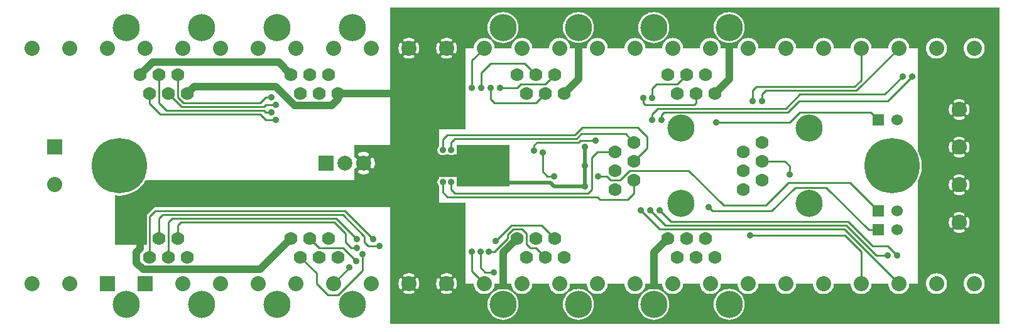
<source format=gbr>
G04 start of page 3 for group 1 idx 1 *
G04 Title: (unknown), solder *
G04 Creator: pcb 20110918 *
G04 CreationDate: Sat 02 Feb 2013 07:54:47 PM GMT UTC *
G04 For: petersen *
G04 Format: Gerber/RS-274X *
G04 PCB-Dimensions: 525000 170000 *
G04 PCB-Coordinate-Origin: lower left *
%MOIN*%
%FSLAX25Y25*%
%LNBOTTOM*%
%ADD52C,0.0350*%
%ADD51C,0.0380*%
%ADD50C,0.1285*%
%ADD49C,0.0450*%
%ADD48C,0.0300*%
%ADD47C,0.1280*%
%ADD46C,0.0480*%
%ADD45C,0.0360*%
%ADD44C,0.0600*%
%ADD43C,0.2937*%
%ADD42C,0.0787*%
%ADD41C,0.0700*%
%ADD40C,0.1440*%
%ADD39C,0.0800*%
%ADD38C,0.0400*%
%ADD37C,0.0200*%
%ADD36C,0.0100*%
%ADD35C,0.0001*%
G54D35*G36*
X70798Y77500D02*X190000D01*
Y63000D01*
X54500D01*
Y69471D01*
X54539Y69461D01*
X57000Y69268D01*
X59461Y69461D01*
X61862Y70038D01*
X64142Y70982D01*
X66247Y72272D01*
X68124Y73876D01*
X69728Y75753D01*
X70798Y77500D01*
G37*
G36*
X70500Y58000D02*Y64000D01*
X76500D01*
X70500Y58000D01*
G37*
G36*
X54500Y43000D02*Y69471D01*
X54539Y69461D01*
X57000Y69268D01*
X59461Y69461D01*
X61862Y70038D01*
X64142Y70982D01*
X66247Y72272D01*
X68124Y73876D01*
X69728Y75753D01*
X70798Y77500D01*
X71500D01*
Y58000D01*
X71500Y58000D01*
Y43000D01*
X54500D01*
G37*
G36*
X183000Y76500D02*X220000D01*
Y63000D01*
X183000D01*
Y76500D01*
G37*
G36*
X200500Y106500D02*X226500D01*
Y95470D01*
X226228Y95151D01*
X225997Y94775D01*
X225829Y94368D01*
X225741Y94000D01*
X200500D01*
Y106500D01*
G37*
G36*
X264000Y89000D02*X236000D01*
Y96000D01*
X264000D01*
Y89000D01*
G37*
G36*
Y74000D02*X236000D01*
Y81000D01*
X264000D01*
Y74000D01*
G37*
G36*
X226500Y64500D02*X218500D01*
Y75000D01*
X226135D01*
X226228Y74849D01*
X226500Y74530D01*
Y64500D01*
G37*
G36*
X223500Y91000D02*X227221D01*
X227225Y90997D01*
X227632Y90829D01*
X228061Y90726D01*
X228500Y90691D01*
X228939Y90726D01*
X229368Y90829D01*
X229775Y90997D01*
X229779Y91000D01*
X231721D01*
X231725Y90997D01*
X232132Y90829D01*
X232561Y90726D01*
X233000Y90691D01*
X233439Y90726D01*
X233868Y90829D01*
X234275Y90997D01*
X234279Y91000D01*
X264000D01*
Y79000D01*
X234279D01*
X234275Y79003D01*
X233868Y79171D01*
X233439Y79274D01*
X233000Y79309D01*
X232561Y79274D01*
X232132Y79171D01*
X231725Y79003D01*
X231721Y79000D01*
X229779D01*
X229775Y79003D01*
X229368Y79171D01*
X228939Y79274D01*
X228500Y79309D01*
X228061Y79274D01*
X227632Y79171D01*
X227225Y79003D01*
X227221Y79000D01*
X223500D01*
Y91000D01*
G37*
G36*
X234993Y65500D02*X240500D01*
Y9500D01*
X234993D01*
Y19645D01*
X235078Y19681D01*
X235179Y19743D01*
X235269Y19819D01*
X235345Y19909D01*
X235405Y20011D01*
X235622Y20480D01*
X235789Y20969D01*
X235909Y21472D01*
X235982Y21984D01*
X236006Y22500D01*
X235982Y23016D01*
X235909Y23528D01*
X235789Y24031D01*
X235622Y24520D01*
X235410Y24992D01*
X235349Y25093D01*
X235272Y25184D01*
X235182Y25261D01*
X235080Y25323D01*
X234993Y25360D01*
Y65500D01*
G37*
G36*
X230502D02*X234993D01*
Y25360D01*
X234971Y25369D01*
X234855Y25397D01*
X234737Y25406D01*
X234619Y25397D01*
X234503Y25370D01*
X234393Y25324D01*
X234292Y25262D01*
X234202Y25186D01*
X234124Y25095D01*
X234062Y24994D01*
X234016Y24885D01*
X233989Y24769D01*
X233979Y24651D01*
X233988Y24532D01*
X234016Y24417D01*
X234063Y24308D01*
X234221Y23968D01*
X234342Y23612D01*
X234430Y23247D01*
X234482Y22875D01*
X234500Y22500D01*
X234482Y22125D01*
X234430Y21753D01*
X234342Y21388D01*
X234221Y21032D01*
X234067Y20690D01*
X234020Y20582D01*
X233993Y20467D01*
X233983Y20349D01*
X233993Y20232D01*
X234021Y20117D01*
X234066Y20008D01*
X234128Y19907D01*
X234205Y19818D01*
X234295Y19741D01*
X234395Y19680D01*
X234504Y19635D01*
X234619Y19607D01*
X234737Y19598D01*
X234855Y19608D01*
X234969Y19635D01*
X234993Y19645D01*
Y9500D01*
X230502D01*
Y16994D01*
X231016Y17018D01*
X231528Y17091D01*
X232031Y17211D01*
X232520Y17378D01*
X232992Y17590D01*
X233093Y17651D01*
X233184Y17728D01*
X233261Y17818D01*
X233323Y17920D01*
X233369Y18029D01*
X233397Y18145D01*
X233406Y18263D01*
X233397Y18381D01*
X233370Y18497D01*
X233324Y18607D01*
X233262Y18708D01*
X233186Y18798D01*
X233095Y18876D01*
X232994Y18938D01*
X232885Y18984D01*
X232769Y19011D01*
X232651Y19021D01*
X232532Y19012D01*
X232417Y18984D01*
X232308Y18937D01*
X231968Y18779D01*
X231612Y18658D01*
X231247Y18570D01*
X230875Y18518D01*
X230502Y18500D01*
Y26500D01*
X230875Y26482D01*
X231247Y26430D01*
X231612Y26342D01*
X231968Y26221D01*
X232310Y26067D01*
X232418Y26020D01*
X232533Y25993D01*
X232651Y25983D01*
X232768Y25993D01*
X232883Y26021D01*
X232992Y26066D01*
X233093Y26128D01*
X233182Y26205D01*
X233259Y26295D01*
X233320Y26395D01*
X233365Y26504D01*
X233393Y26619D01*
X233402Y26737D01*
X233392Y26855D01*
X233365Y26969D01*
X233319Y27078D01*
X233257Y27179D01*
X233181Y27269D01*
X233091Y27345D01*
X232989Y27405D01*
X232520Y27622D01*
X232031Y27789D01*
X231528Y27909D01*
X231016Y27982D01*
X230502Y28006D01*
Y65500D01*
G37*
G36*
X226007D02*X230502D01*
Y28006D01*
X230500Y28006D01*
X229984Y27982D01*
X229472Y27909D01*
X228969Y27789D01*
X228480Y27622D01*
X228008Y27410D01*
X227907Y27349D01*
X227816Y27272D01*
X227739Y27182D01*
X227677Y27080D01*
X227631Y26971D01*
X227603Y26855D01*
X227594Y26737D01*
X227603Y26619D01*
X227630Y26503D01*
X227676Y26393D01*
X227738Y26292D01*
X227814Y26202D01*
X227905Y26124D01*
X228006Y26062D01*
X228115Y26016D01*
X228231Y25989D01*
X228349Y25979D01*
X228468Y25988D01*
X228583Y26016D01*
X228692Y26063D01*
X229032Y26221D01*
X229388Y26342D01*
X229753Y26430D01*
X230125Y26482D01*
X230500Y26500D01*
X230502Y26500D01*
Y18500D01*
X230500Y18500D01*
X230125Y18518D01*
X229753Y18570D01*
X229388Y18658D01*
X229032Y18779D01*
X228690Y18933D01*
X228582Y18980D01*
X228467Y19007D01*
X228349Y19017D01*
X228232Y19007D01*
X228117Y18979D01*
X228008Y18934D01*
X227907Y18872D01*
X227818Y18795D01*
X227741Y18705D01*
X227680Y18605D01*
X227635Y18496D01*
X227607Y18381D01*
X227598Y18263D01*
X227608Y18145D01*
X227635Y18031D01*
X227681Y17922D01*
X227743Y17821D01*
X227819Y17731D01*
X227909Y17655D01*
X228011Y17595D01*
X228480Y17378D01*
X228969Y17211D01*
X229472Y17091D01*
X229984Y17018D01*
X230500Y16994D01*
X230502Y16994D01*
Y9500D01*
X226007D01*
Y19640D01*
X226029Y19631D01*
X226145Y19603D01*
X226263Y19594D01*
X226381Y19603D01*
X226497Y19630D01*
X226607Y19676D01*
X226708Y19738D01*
X226798Y19814D01*
X226876Y19905D01*
X226938Y20006D01*
X226984Y20115D01*
X227011Y20231D01*
X227021Y20349D01*
X227012Y20468D01*
X226984Y20583D01*
X226937Y20692D01*
X226779Y21032D01*
X226658Y21388D01*
X226570Y21753D01*
X226518Y22125D01*
X226500Y22500D01*
X226518Y22875D01*
X226570Y23247D01*
X226658Y23612D01*
X226779Y23968D01*
X226933Y24310D01*
X226980Y24418D01*
X227007Y24533D01*
X227017Y24651D01*
X227007Y24768D01*
X226979Y24883D01*
X226934Y24992D01*
X226872Y25093D01*
X226795Y25182D01*
X226705Y25259D01*
X226605Y25320D01*
X226496Y25365D01*
X226381Y25393D01*
X226263Y25402D01*
X226145Y25392D01*
X226031Y25365D01*
X226007Y25355D01*
Y65500D01*
G37*
G36*
X214993D02*X226007D01*
Y25355D01*
X225922Y25319D01*
X225821Y25257D01*
X225731Y25181D01*
X225655Y25091D01*
X225595Y24989D01*
X225378Y24520D01*
X225211Y24031D01*
X225091Y23528D01*
X225018Y23016D01*
X224994Y22500D01*
X225018Y21984D01*
X225091Y21472D01*
X225211Y20969D01*
X225378Y20480D01*
X225590Y20008D01*
X225651Y19907D01*
X225728Y19816D01*
X225818Y19739D01*
X225920Y19677D01*
X226007Y19640D01*
Y9500D01*
X214993D01*
Y19645D01*
X215078Y19681D01*
X215179Y19743D01*
X215269Y19819D01*
X215345Y19909D01*
X215405Y20011D01*
X215622Y20480D01*
X215789Y20969D01*
X215909Y21472D01*
X215982Y21984D01*
X216006Y22500D01*
X215982Y23016D01*
X215909Y23528D01*
X215789Y24031D01*
X215622Y24520D01*
X215410Y24992D01*
X215349Y25093D01*
X215272Y25184D01*
X215182Y25261D01*
X215080Y25323D01*
X214993Y25360D01*
Y65500D01*
G37*
G36*
X210502D02*X214993D01*
Y25360D01*
X214971Y25369D01*
X214855Y25397D01*
X214737Y25406D01*
X214619Y25397D01*
X214503Y25370D01*
X214393Y25324D01*
X214292Y25262D01*
X214202Y25186D01*
X214124Y25095D01*
X214062Y24994D01*
X214016Y24885D01*
X213989Y24769D01*
X213979Y24651D01*
X213988Y24532D01*
X214016Y24417D01*
X214063Y24308D01*
X214221Y23968D01*
X214342Y23612D01*
X214430Y23247D01*
X214482Y22875D01*
X214500Y22500D01*
X214482Y22125D01*
X214430Y21753D01*
X214342Y21388D01*
X214221Y21032D01*
X214067Y20690D01*
X214020Y20582D01*
X213993Y20467D01*
X213983Y20349D01*
X213993Y20232D01*
X214021Y20117D01*
X214066Y20008D01*
X214128Y19907D01*
X214205Y19818D01*
X214295Y19741D01*
X214395Y19680D01*
X214504Y19635D01*
X214619Y19607D01*
X214737Y19598D01*
X214855Y19608D01*
X214969Y19635D01*
X214993Y19645D01*
Y9500D01*
X210502D01*
Y16994D01*
X211016Y17018D01*
X211528Y17091D01*
X212031Y17211D01*
X212520Y17378D01*
X212992Y17590D01*
X213093Y17651D01*
X213184Y17728D01*
X213261Y17818D01*
X213323Y17920D01*
X213369Y18029D01*
X213397Y18145D01*
X213406Y18263D01*
X213397Y18381D01*
X213370Y18497D01*
X213324Y18607D01*
X213262Y18708D01*
X213186Y18798D01*
X213095Y18876D01*
X212994Y18938D01*
X212885Y18984D01*
X212769Y19011D01*
X212651Y19021D01*
X212532Y19012D01*
X212417Y18984D01*
X212308Y18937D01*
X211968Y18779D01*
X211612Y18658D01*
X211247Y18570D01*
X210875Y18518D01*
X210502Y18500D01*
Y26500D01*
X210875Y26482D01*
X211247Y26430D01*
X211612Y26342D01*
X211968Y26221D01*
X212310Y26067D01*
X212418Y26020D01*
X212533Y25993D01*
X212651Y25983D01*
X212768Y25993D01*
X212883Y26021D01*
X212992Y26066D01*
X213093Y26128D01*
X213182Y26205D01*
X213259Y26295D01*
X213320Y26395D01*
X213365Y26504D01*
X213393Y26619D01*
X213402Y26737D01*
X213392Y26855D01*
X213365Y26969D01*
X213319Y27078D01*
X213257Y27179D01*
X213181Y27269D01*
X213091Y27345D01*
X212989Y27405D01*
X212520Y27622D01*
X212031Y27789D01*
X211528Y27909D01*
X211016Y27982D01*
X210502Y28006D01*
Y65500D01*
G37*
G36*
X206007D02*X210502D01*
Y28006D01*
X210500Y28006D01*
X209984Y27982D01*
X209472Y27909D01*
X208969Y27789D01*
X208480Y27622D01*
X208008Y27410D01*
X207907Y27349D01*
X207816Y27272D01*
X207739Y27182D01*
X207677Y27080D01*
X207631Y26971D01*
X207603Y26855D01*
X207594Y26737D01*
X207603Y26619D01*
X207630Y26503D01*
X207676Y26393D01*
X207738Y26292D01*
X207814Y26202D01*
X207905Y26124D01*
X208006Y26062D01*
X208115Y26016D01*
X208231Y25989D01*
X208349Y25979D01*
X208468Y25988D01*
X208583Y26016D01*
X208692Y26063D01*
X209032Y26221D01*
X209388Y26342D01*
X209753Y26430D01*
X210125Y26482D01*
X210500Y26500D01*
X210502Y26500D01*
Y18500D01*
X210500Y18500D01*
X210125Y18518D01*
X209753Y18570D01*
X209388Y18658D01*
X209032Y18779D01*
X208690Y18933D01*
X208582Y18980D01*
X208467Y19007D01*
X208349Y19017D01*
X208232Y19007D01*
X208117Y18979D01*
X208008Y18934D01*
X207907Y18872D01*
X207818Y18795D01*
X207741Y18705D01*
X207680Y18605D01*
X207635Y18496D01*
X207607Y18381D01*
X207598Y18263D01*
X207608Y18145D01*
X207635Y18031D01*
X207681Y17922D01*
X207743Y17821D01*
X207819Y17731D01*
X207909Y17655D01*
X208011Y17595D01*
X208480Y17378D01*
X208969Y17211D01*
X209472Y17091D01*
X209984Y17018D01*
X210500Y16994D01*
X210502Y16994D01*
Y9500D01*
X206007D01*
Y19640D01*
X206029Y19631D01*
X206145Y19603D01*
X206263Y19594D01*
X206381Y19603D01*
X206497Y19630D01*
X206607Y19676D01*
X206708Y19738D01*
X206798Y19814D01*
X206876Y19905D01*
X206938Y20006D01*
X206984Y20115D01*
X207011Y20231D01*
X207021Y20349D01*
X207012Y20468D01*
X206984Y20583D01*
X206937Y20692D01*
X206779Y21032D01*
X206658Y21388D01*
X206570Y21753D01*
X206518Y22125D01*
X206500Y22500D01*
X206518Y22875D01*
X206570Y23247D01*
X206658Y23612D01*
X206779Y23968D01*
X206933Y24310D01*
X206980Y24418D01*
X207007Y24533D01*
X207017Y24651D01*
X207007Y24768D01*
X206979Y24883D01*
X206934Y24992D01*
X206872Y25093D01*
X206795Y25182D01*
X206705Y25259D01*
X206605Y25320D01*
X206496Y25365D01*
X206381Y25393D01*
X206263Y25402D01*
X206145Y25392D01*
X206031Y25365D01*
X206007Y25355D01*
Y65500D01*
G37*
G36*
X200500Y9500D02*Y65500D01*
X206007D01*
Y25355D01*
X205922Y25319D01*
X205821Y25257D01*
X205731Y25181D01*
X205655Y25091D01*
X205595Y24989D01*
X205378Y24520D01*
X205211Y24031D01*
X205091Y23528D01*
X205018Y23016D01*
X204994Y22500D01*
X205018Y21984D01*
X205091Y21472D01*
X205211Y20969D01*
X205378Y20480D01*
X205590Y20008D01*
X205651Y19907D01*
X205728Y19816D01*
X205818Y19739D01*
X205920Y19677D01*
X206007Y19640D01*
Y9500D01*
X200500D01*
G37*
G36*
X234993Y160500D02*X240500D01*
Y104500D01*
X234993D01*
Y144645D01*
X235078Y144681D01*
X235179Y144743D01*
X235269Y144819D01*
X235345Y144909D01*
X235405Y145011D01*
X235622Y145480D01*
X235789Y145969D01*
X235909Y146472D01*
X235982Y146984D01*
X236006Y147500D01*
X235982Y148016D01*
X235909Y148528D01*
X235789Y149031D01*
X235622Y149520D01*
X235410Y149992D01*
X235349Y150093D01*
X235272Y150184D01*
X235182Y150261D01*
X235080Y150323D01*
X234993Y150360D01*
Y160500D01*
G37*
G36*
X230502D02*X234993D01*
Y150360D01*
X234971Y150369D01*
X234855Y150397D01*
X234737Y150406D01*
X234619Y150397D01*
X234503Y150370D01*
X234393Y150324D01*
X234292Y150262D01*
X234202Y150186D01*
X234124Y150095D01*
X234062Y149994D01*
X234016Y149885D01*
X233989Y149769D01*
X233979Y149651D01*
X233988Y149532D01*
X234016Y149417D01*
X234063Y149308D01*
X234221Y148968D01*
X234342Y148612D01*
X234430Y148247D01*
X234482Y147875D01*
X234500Y147500D01*
X234482Y147125D01*
X234430Y146753D01*
X234342Y146388D01*
X234221Y146032D01*
X234067Y145690D01*
X234020Y145582D01*
X233993Y145467D01*
X233983Y145349D01*
X233993Y145232D01*
X234021Y145117D01*
X234066Y145008D01*
X234128Y144907D01*
X234205Y144818D01*
X234295Y144741D01*
X234395Y144680D01*
X234504Y144635D01*
X234619Y144607D01*
X234737Y144598D01*
X234855Y144608D01*
X234969Y144635D01*
X234993Y144645D01*
Y104500D01*
X230502D01*
Y141994D01*
X231016Y142018D01*
X231528Y142091D01*
X232031Y142211D01*
X232520Y142378D01*
X232992Y142590D01*
X233093Y142651D01*
X233184Y142728D01*
X233261Y142818D01*
X233323Y142920D01*
X233369Y143029D01*
X233397Y143145D01*
X233406Y143263D01*
X233397Y143381D01*
X233370Y143497D01*
X233324Y143607D01*
X233262Y143708D01*
X233186Y143798D01*
X233095Y143876D01*
X232994Y143938D01*
X232885Y143984D01*
X232769Y144011D01*
X232651Y144021D01*
X232532Y144012D01*
X232417Y143984D01*
X232308Y143937D01*
X231968Y143779D01*
X231612Y143658D01*
X231247Y143570D01*
X230875Y143518D01*
X230502Y143500D01*
Y151500D01*
X230875Y151482D01*
X231247Y151430D01*
X231612Y151342D01*
X231968Y151221D01*
X232310Y151067D01*
X232418Y151020D01*
X232533Y150993D01*
X232651Y150983D01*
X232768Y150993D01*
X232883Y151021D01*
X232992Y151066D01*
X233093Y151128D01*
X233182Y151205D01*
X233259Y151295D01*
X233320Y151395D01*
X233365Y151504D01*
X233393Y151619D01*
X233402Y151737D01*
X233392Y151855D01*
X233365Y151969D01*
X233319Y152078D01*
X233257Y152179D01*
X233181Y152269D01*
X233091Y152345D01*
X232989Y152405D01*
X232520Y152622D01*
X232031Y152789D01*
X231528Y152909D01*
X231016Y152982D01*
X230502Y153006D01*
Y160500D01*
G37*
G36*
X226007D02*X230502D01*
Y153006D01*
X230500Y153006D01*
X229984Y152982D01*
X229472Y152909D01*
X228969Y152789D01*
X228480Y152622D01*
X228008Y152410D01*
X227907Y152349D01*
X227816Y152272D01*
X227739Y152182D01*
X227677Y152080D01*
X227631Y151971D01*
X227603Y151855D01*
X227594Y151737D01*
X227603Y151619D01*
X227630Y151503D01*
X227676Y151393D01*
X227738Y151292D01*
X227814Y151202D01*
X227905Y151124D01*
X228006Y151062D01*
X228115Y151016D01*
X228231Y150989D01*
X228349Y150979D01*
X228468Y150988D01*
X228583Y151016D01*
X228692Y151063D01*
X229032Y151221D01*
X229388Y151342D01*
X229753Y151430D01*
X230125Y151482D01*
X230500Y151500D01*
X230502Y151500D01*
Y143500D01*
X230500Y143500D01*
X230125Y143518D01*
X229753Y143570D01*
X229388Y143658D01*
X229032Y143779D01*
X228690Y143933D01*
X228582Y143980D01*
X228467Y144007D01*
X228349Y144017D01*
X228232Y144007D01*
X228117Y143979D01*
X228008Y143934D01*
X227907Y143872D01*
X227818Y143795D01*
X227741Y143705D01*
X227680Y143605D01*
X227635Y143496D01*
X227607Y143381D01*
X227598Y143263D01*
X227608Y143145D01*
X227635Y143031D01*
X227681Y142922D01*
X227743Y142821D01*
X227819Y142731D01*
X227909Y142655D01*
X228011Y142595D01*
X228480Y142378D01*
X228969Y142211D01*
X229472Y142091D01*
X229984Y142018D01*
X230500Y141994D01*
X230502Y141994D01*
Y104500D01*
X226007D01*
Y144640D01*
X226029Y144631D01*
X226145Y144603D01*
X226263Y144594D01*
X226381Y144603D01*
X226497Y144630D01*
X226607Y144676D01*
X226708Y144738D01*
X226798Y144814D01*
X226876Y144905D01*
X226938Y145006D01*
X226984Y145115D01*
X227011Y145231D01*
X227021Y145349D01*
X227012Y145468D01*
X226984Y145583D01*
X226937Y145692D01*
X226779Y146032D01*
X226658Y146388D01*
X226570Y146753D01*
X226518Y147125D01*
X226500Y147500D01*
X226518Y147875D01*
X226570Y148247D01*
X226658Y148612D01*
X226779Y148968D01*
X226933Y149310D01*
X226980Y149418D01*
X227007Y149533D01*
X227017Y149651D01*
X227007Y149768D01*
X226979Y149883D01*
X226934Y149992D01*
X226872Y150093D01*
X226795Y150182D01*
X226705Y150259D01*
X226605Y150320D01*
X226496Y150365D01*
X226381Y150393D01*
X226263Y150402D01*
X226145Y150392D01*
X226031Y150365D01*
X226007Y150355D01*
Y160500D01*
G37*
G36*
X214993D02*X226007D01*
Y150355D01*
X225922Y150319D01*
X225821Y150257D01*
X225731Y150181D01*
X225655Y150091D01*
X225595Y149989D01*
X225378Y149520D01*
X225211Y149031D01*
X225091Y148528D01*
X225018Y148016D01*
X224994Y147500D01*
X225018Y146984D01*
X225091Y146472D01*
X225211Y145969D01*
X225378Y145480D01*
X225590Y145008D01*
X225651Y144907D01*
X225728Y144816D01*
X225818Y144739D01*
X225920Y144677D01*
X226007Y144640D01*
Y104500D01*
X214993D01*
Y144645D01*
X215078Y144681D01*
X215179Y144743D01*
X215269Y144819D01*
X215345Y144909D01*
X215405Y145011D01*
X215622Y145480D01*
X215789Y145969D01*
X215909Y146472D01*
X215982Y146984D01*
X216006Y147500D01*
X215982Y148016D01*
X215909Y148528D01*
X215789Y149031D01*
X215622Y149520D01*
X215410Y149992D01*
X215349Y150093D01*
X215272Y150184D01*
X215182Y150261D01*
X215080Y150323D01*
X214993Y150360D01*
Y160500D01*
G37*
G36*
X210502D02*X214993D01*
Y150360D01*
X214971Y150369D01*
X214855Y150397D01*
X214737Y150406D01*
X214619Y150397D01*
X214503Y150370D01*
X214393Y150324D01*
X214292Y150262D01*
X214202Y150186D01*
X214124Y150095D01*
X214062Y149994D01*
X214016Y149885D01*
X213989Y149769D01*
X213979Y149651D01*
X213988Y149532D01*
X214016Y149417D01*
X214063Y149308D01*
X214221Y148968D01*
X214342Y148612D01*
X214430Y148247D01*
X214482Y147875D01*
X214500Y147500D01*
X214482Y147125D01*
X214430Y146753D01*
X214342Y146388D01*
X214221Y146032D01*
X214067Y145690D01*
X214020Y145582D01*
X213993Y145467D01*
X213983Y145349D01*
X213993Y145232D01*
X214021Y145117D01*
X214066Y145008D01*
X214128Y144907D01*
X214205Y144818D01*
X214295Y144741D01*
X214395Y144680D01*
X214504Y144635D01*
X214619Y144607D01*
X214737Y144598D01*
X214855Y144608D01*
X214969Y144635D01*
X214993Y144645D01*
Y104500D01*
X210502D01*
Y141994D01*
X211016Y142018D01*
X211528Y142091D01*
X212031Y142211D01*
X212520Y142378D01*
X212992Y142590D01*
X213093Y142651D01*
X213184Y142728D01*
X213261Y142818D01*
X213323Y142920D01*
X213369Y143029D01*
X213397Y143145D01*
X213406Y143263D01*
X213397Y143381D01*
X213370Y143497D01*
X213324Y143607D01*
X213262Y143708D01*
X213186Y143798D01*
X213095Y143876D01*
X212994Y143938D01*
X212885Y143984D01*
X212769Y144011D01*
X212651Y144021D01*
X212532Y144012D01*
X212417Y143984D01*
X212308Y143937D01*
X211968Y143779D01*
X211612Y143658D01*
X211247Y143570D01*
X210875Y143518D01*
X210502Y143500D01*
Y151500D01*
X210875Y151482D01*
X211247Y151430D01*
X211612Y151342D01*
X211968Y151221D01*
X212310Y151067D01*
X212418Y151020D01*
X212533Y150993D01*
X212651Y150983D01*
X212768Y150993D01*
X212883Y151021D01*
X212992Y151066D01*
X213093Y151128D01*
X213182Y151205D01*
X213259Y151295D01*
X213320Y151395D01*
X213365Y151504D01*
X213393Y151619D01*
X213402Y151737D01*
X213392Y151855D01*
X213365Y151969D01*
X213319Y152078D01*
X213257Y152179D01*
X213181Y152269D01*
X213091Y152345D01*
X212989Y152405D01*
X212520Y152622D01*
X212031Y152789D01*
X211528Y152909D01*
X211016Y152982D01*
X210502Y153006D01*
Y160500D01*
G37*
G36*
X206007D02*X210502D01*
Y153006D01*
X210500Y153006D01*
X209984Y152982D01*
X209472Y152909D01*
X208969Y152789D01*
X208480Y152622D01*
X208008Y152410D01*
X207907Y152349D01*
X207816Y152272D01*
X207739Y152182D01*
X207677Y152080D01*
X207631Y151971D01*
X207603Y151855D01*
X207594Y151737D01*
X207603Y151619D01*
X207630Y151503D01*
X207676Y151393D01*
X207738Y151292D01*
X207814Y151202D01*
X207905Y151124D01*
X208006Y151062D01*
X208115Y151016D01*
X208231Y150989D01*
X208349Y150979D01*
X208468Y150988D01*
X208583Y151016D01*
X208692Y151063D01*
X209032Y151221D01*
X209388Y151342D01*
X209753Y151430D01*
X210125Y151482D01*
X210500Y151500D01*
X210502Y151500D01*
Y143500D01*
X210500Y143500D01*
X210125Y143518D01*
X209753Y143570D01*
X209388Y143658D01*
X209032Y143779D01*
X208690Y143933D01*
X208582Y143980D01*
X208467Y144007D01*
X208349Y144017D01*
X208232Y144007D01*
X208117Y143979D01*
X208008Y143934D01*
X207907Y143872D01*
X207818Y143795D01*
X207741Y143705D01*
X207680Y143605D01*
X207635Y143496D01*
X207607Y143381D01*
X207598Y143263D01*
X207608Y143145D01*
X207635Y143031D01*
X207681Y142922D01*
X207743Y142821D01*
X207819Y142731D01*
X207909Y142655D01*
X208011Y142595D01*
X208480Y142378D01*
X208969Y142211D01*
X209472Y142091D01*
X209984Y142018D01*
X210500Y141994D01*
X210502Y141994D01*
Y104500D01*
X206007D01*
Y144640D01*
X206029Y144631D01*
X206145Y144603D01*
X206263Y144594D01*
X206381Y144603D01*
X206497Y144630D01*
X206607Y144676D01*
X206708Y144738D01*
X206798Y144814D01*
X206876Y144905D01*
X206938Y145006D01*
X206984Y145115D01*
X207011Y145231D01*
X207021Y145349D01*
X207012Y145468D01*
X206984Y145583D01*
X206937Y145692D01*
X206779Y146032D01*
X206658Y146388D01*
X206570Y146753D01*
X206518Y147125D01*
X206500Y147500D01*
X206518Y147875D01*
X206570Y148247D01*
X206658Y148612D01*
X206779Y148968D01*
X206933Y149310D01*
X206980Y149418D01*
X207007Y149533D01*
X207017Y149651D01*
X207007Y149768D01*
X206979Y149883D01*
X206934Y149992D01*
X206872Y150093D01*
X206795Y150182D01*
X206705Y150259D01*
X206605Y150320D01*
X206496Y150365D01*
X206381Y150393D01*
X206263Y150402D01*
X206145Y150392D01*
X206031Y150365D01*
X206007Y150355D01*
Y160500D01*
G37*
G36*
X200500Y104500D02*Y160500D01*
X206007D01*
Y150355D01*
X205922Y150319D01*
X205821Y150257D01*
X205731Y150181D01*
X205655Y150091D01*
X205595Y149989D01*
X205378Y149520D01*
X205211Y149031D01*
X205091Y148528D01*
X205018Y148016D01*
X204994Y147500D01*
X205018Y146984D01*
X205091Y146472D01*
X205211Y145969D01*
X205378Y145480D01*
X205590Y145008D01*
X205651Y144907D01*
X205728Y144816D01*
X205818Y144739D01*
X205920Y144677D01*
X206007Y144640D01*
Y104500D01*
X200500D01*
G37*
G36*
X191261Y96000D02*X226500D01*
Y95470D01*
X226228Y95151D01*
X225997Y94775D01*
X225829Y94368D01*
X225726Y93939D01*
X225691Y93500D01*
X225726Y93061D01*
X225829Y92632D01*
X225997Y92225D01*
X226228Y91849D01*
X226500Y91530D01*
Y78470D01*
X226228Y78151D01*
X225997Y77775D01*
X225829Y77368D01*
X225726Y76939D01*
X225691Y76500D01*
X225726Y76061D01*
X225829Y75632D01*
X225997Y75225D01*
X226228Y74849D01*
X226500Y74530D01*
Y74000D01*
X191261D01*
Y83683D01*
X191331Y83695D01*
X191480Y83746D01*
X191619Y83819D01*
X191745Y83913D01*
X191855Y84025D01*
X191946Y84154D01*
X192013Y84296D01*
X192204Y84828D01*
X192337Y85377D01*
X192417Y85936D01*
X192444Y86500D01*
X192417Y87064D01*
X192337Y87623D01*
X192204Y88172D01*
X192019Y88706D01*
X191950Y88848D01*
X191858Y88977D01*
X191748Y89091D01*
X191621Y89185D01*
X191481Y89259D01*
X191332Y89309D01*
X191261Y89321D01*
Y96000D01*
G37*
G36*
X186502D02*X191261D01*
Y89321D01*
X191176Y89336D01*
X191018Y89338D01*
X190861Y89315D01*
X190710Y89268D01*
X190569Y89198D01*
X190439Y89107D01*
X190326Y88996D01*
X190232Y88870D01*
X190158Y88730D01*
X190108Y88580D01*
X190081Y88424D01*
X190079Y88266D01*
X190102Y88110D01*
X190152Y87960D01*
X190278Y87608D01*
X190366Y87244D01*
X190419Y86874D01*
X190437Y86500D01*
X190419Y86126D01*
X190366Y85756D01*
X190278Y85392D01*
X190156Y85039D01*
X190106Y84889D01*
X190083Y84734D01*
X190085Y84576D01*
X190112Y84421D01*
X190162Y84272D01*
X190236Y84133D01*
X190330Y84007D01*
X190442Y83897D01*
X190571Y83806D01*
X190712Y83736D01*
X190862Y83689D01*
X191018Y83667D01*
X191175Y83668D01*
X191261Y83683D01*
Y74000D01*
X186502D01*
Y80556D01*
X187064Y80583D01*
X187623Y80663D01*
X188172Y80796D01*
X188706Y80981D01*
X188848Y81050D01*
X188977Y81142D01*
X189091Y81252D01*
X189185Y81379D01*
X189259Y81519D01*
X189309Y81668D01*
X189336Y81824D01*
X189338Y81982D01*
X189315Y82139D01*
X189268Y82290D01*
X189198Y82431D01*
X189107Y82561D01*
X188996Y82674D01*
X188870Y82768D01*
X188730Y82842D01*
X188580Y82892D01*
X188424Y82919D01*
X188266Y82921D01*
X188110Y82898D01*
X187960Y82848D01*
X187608Y82722D01*
X187244Y82634D01*
X186874Y82581D01*
X186502Y82563D01*
Y90437D01*
X186874Y90419D01*
X187244Y90366D01*
X187608Y90278D01*
X187961Y90156D01*
X188111Y90106D01*
X188266Y90083D01*
X188424Y90085D01*
X188579Y90112D01*
X188728Y90162D01*
X188867Y90236D01*
X188993Y90330D01*
X189103Y90442D01*
X189194Y90571D01*
X189264Y90712D01*
X189311Y90862D01*
X189333Y91018D01*
X189332Y91175D01*
X189305Y91331D01*
X189254Y91480D01*
X189181Y91619D01*
X189087Y91745D01*
X188975Y91855D01*
X188846Y91946D01*
X188704Y92013D01*
X188172Y92204D01*
X187623Y92337D01*
X187064Y92417D01*
X186502Y92444D01*
Y96000D01*
G37*
G36*
X181500D02*X186502D01*
Y92444D01*
X186500Y92444D01*
X185936Y92417D01*
X185377Y92337D01*
X184828Y92204D01*
X184294Y92019D01*
X184152Y91950D01*
X184023Y91858D01*
X183909Y91748D01*
X183815Y91621D01*
X183741Y91481D01*
X183691Y91332D01*
X183664Y91176D01*
X183662Y91018D01*
X183685Y90861D01*
X183732Y90710D01*
X183802Y90569D01*
X183893Y90439D01*
X184004Y90326D01*
X184130Y90232D01*
X184270Y90158D01*
X184420Y90108D01*
X184576Y90081D01*
X184734Y90079D01*
X184890Y90102D01*
X185040Y90152D01*
X185392Y90278D01*
X185756Y90366D01*
X186126Y90419D01*
X186500Y90437D01*
X186502Y90437D01*
Y82563D01*
X186500Y82563D01*
X186126Y82581D01*
X185756Y82634D01*
X185392Y82722D01*
X185039Y82844D01*
X184889Y82894D01*
X184734Y82917D01*
X184576Y82915D01*
X184421Y82888D01*
X184272Y82838D01*
X184133Y82764D01*
X184007Y82670D01*
X183897Y82558D01*
X183806Y82429D01*
X183736Y82288D01*
X183689Y82138D01*
X183667Y81982D01*
X183668Y81825D01*
X183695Y81669D01*
X183746Y81520D01*
X183819Y81381D01*
X183913Y81255D01*
X184025Y81145D01*
X184154Y81054D01*
X184296Y80987D01*
X184828Y80796D01*
X185377Y80663D01*
X185936Y80583D01*
X186500Y80556D01*
X186502Y80556D01*
Y74000D01*
X181500D01*
Y83297D01*
X181735Y83679D01*
X181824Y83664D01*
X181982Y83662D01*
X182139Y83685D01*
X182290Y83732D01*
X182431Y83802D01*
X182561Y83893D01*
X182674Y84004D01*
X182768Y84130D01*
X182842Y84270D01*
X182892Y84420D01*
X182919Y84576D01*
X182921Y84734D01*
X182898Y84890D01*
X182848Y85040D01*
X182722Y85392D01*
X182634Y85756D01*
X182581Y86126D01*
X182563Y86500D01*
X182581Y86874D01*
X182634Y87244D01*
X182722Y87608D01*
X182844Y87961D01*
X182894Y88111D01*
X182917Y88266D01*
X182915Y88424D01*
X182888Y88579D01*
X182838Y88728D01*
X182764Y88867D01*
X182670Y88993D01*
X182558Y89103D01*
X182429Y89194D01*
X182288Y89264D01*
X182138Y89311D01*
X181982Y89333D01*
X181825Y89332D01*
X181737Y89317D01*
X181500Y89703D01*
Y96000D01*
G37*
G36*
X380487Y22500D02*X384983D01*
X385051Y21637D01*
X385253Y20795D01*
X385584Y19995D01*
X386037Y19257D01*
X386599Y18599D01*
X387257Y18037D01*
X387995Y17584D01*
X388795Y17253D01*
X389637Y17051D01*
X390500Y16983D01*
X391363Y17051D01*
X392205Y17253D01*
X393005Y17584D01*
X393743Y18037D01*
X394401Y18599D01*
X394963Y19257D01*
X395416Y19995D01*
X395747Y20795D01*
X395949Y21637D01*
X396000Y22500D01*
X404983D01*
X405051Y21637D01*
X405253Y20795D01*
X405584Y19995D01*
X406037Y19257D01*
X406599Y18599D01*
X407257Y18037D01*
X407995Y17584D01*
X408795Y17253D01*
X409637Y17051D01*
X410500Y16983D01*
X411363Y17051D01*
X412205Y17253D01*
X413005Y17584D01*
X413743Y18037D01*
X414401Y18599D01*
X414963Y19257D01*
X415416Y19995D01*
X415747Y20795D01*
X415949Y21637D01*
X416000Y22500D01*
X424983D01*
X425051Y21637D01*
X425253Y20795D01*
X425584Y19995D01*
X426037Y19257D01*
X426599Y18599D01*
X427257Y18037D01*
X427995Y17584D01*
X428795Y17253D01*
X429637Y17051D01*
X430500Y16983D01*
X431363Y17051D01*
X432205Y17253D01*
X433005Y17584D01*
X433743Y18037D01*
X434401Y18599D01*
X434963Y19257D01*
X435416Y19995D01*
X435747Y20795D01*
X435949Y21637D01*
X436000Y22500D01*
X444983D01*
X445051Y21637D01*
X445253Y20795D01*
X445584Y19995D01*
X446037Y19257D01*
X446599Y18599D01*
X447257Y18037D01*
X447995Y17584D01*
X448795Y17253D01*
X449637Y17051D01*
X450500Y16983D01*
X451363Y17051D01*
X452205Y17253D01*
X453005Y17584D01*
X453743Y18037D01*
X454401Y18599D01*
X454963Y19257D01*
X455416Y19995D01*
X455747Y20795D01*
X455949Y21637D01*
X456000Y22500D01*
X464983D01*
X465051Y21637D01*
X465253Y20795D01*
X465584Y19995D01*
X466037Y19257D01*
X466599Y18599D01*
X467257Y18037D01*
X467995Y17584D01*
X468795Y17253D01*
X469637Y17051D01*
X470500Y16983D01*
X471363Y17051D01*
X472205Y17253D01*
X473005Y17584D01*
X473743Y18037D01*
X474401Y18599D01*
X474963Y19257D01*
X475416Y19995D01*
X475747Y20795D01*
X475949Y21637D01*
X476000Y22500D01*
X484983D01*
X485051Y21637D01*
X485253Y20795D01*
X485584Y19995D01*
X486037Y19257D01*
X486599Y18599D01*
X487257Y18037D01*
X487995Y17584D01*
X488795Y17253D01*
X489637Y17051D01*
X490500Y16983D01*
X491363Y17051D01*
X492205Y17253D01*
X493005Y17584D01*
X493743Y18037D01*
X494401Y18599D01*
X494963Y19257D01*
X495416Y19995D01*
X495747Y20795D01*
X495949Y21637D01*
X496000Y22500D01*
X504983D01*
X505051Y21637D01*
X505253Y20795D01*
X505584Y19995D01*
X506037Y19257D01*
X506599Y18599D01*
X507257Y18037D01*
X507995Y17584D01*
X508795Y17253D01*
X509637Y17051D01*
X510500Y16983D01*
X511363Y17051D01*
X512205Y17253D01*
X513005Y17584D01*
X513743Y18037D01*
X514401Y18599D01*
X514963Y19257D01*
X515416Y19995D01*
X515747Y20795D01*
X515949Y21637D01*
X516000Y22500D01*
X524000D01*
Y1000D01*
X380487D01*
Y3276D01*
X380500Y3275D01*
X381787Y3376D01*
X383042Y3677D01*
X384234Y4171D01*
X385335Y4846D01*
X386316Y5684D01*
X387154Y6665D01*
X387829Y7766D01*
X388323Y8958D01*
X388624Y10213D01*
X388700Y11500D01*
X388624Y12787D01*
X388323Y14042D01*
X387829Y15234D01*
X387154Y16335D01*
X386316Y17316D01*
X385335Y18154D01*
X384234Y18829D01*
X383042Y19323D01*
X381787Y19624D01*
X380500Y19725D01*
X380487Y19724D01*
Y22500D01*
G37*
G36*
X340487D02*X344983D01*
X345051Y21637D01*
X345253Y20795D01*
X345584Y19995D01*
X346037Y19257D01*
X346599Y18599D01*
X347257Y18037D01*
X347995Y17584D01*
X348795Y17253D01*
X349637Y17051D01*
X350500Y16983D01*
X351363Y17051D01*
X352205Y17253D01*
X353005Y17584D01*
X353743Y18037D01*
X354401Y18599D01*
X354963Y19257D01*
X355416Y19995D01*
X355747Y20795D01*
X355949Y21637D01*
X356000Y22500D01*
X364983D01*
X365051Y21637D01*
X365253Y20795D01*
X365584Y19995D01*
X366037Y19257D01*
X366599Y18599D01*
X367257Y18037D01*
X367995Y17584D01*
X368795Y17253D01*
X369637Y17051D01*
X370500Y16983D01*
X371363Y17051D01*
X372205Y17253D01*
X373005Y17584D01*
X373743Y18037D01*
X374401Y18599D01*
X374963Y19257D01*
X375416Y19995D01*
X375747Y20795D01*
X375949Y21637D01*
X376000Y22500D01*
X380487D01*
Y19724D01*
X379213Y19624D01*
X377958Y19323D01*
X376766Y18829D01*
X375665Y18154D01*
X374684Y17316D01*
X373846Y16335D01*
X373171Y15234D01*
X372677Y14042D01*
X372376Y12787D01*
X372275Y11500D01*
X372376Y10213D01*
X372677Y8958D01*
X373171Y7766D01*
X373846Y6665D01*
X374684Y5684D01*
X375665Y4846D01*
X376766Y4171D01*
X377958Y3677D01*
X379213Y3376D01*
X380487Y3276D01*
Y1000D01*
X340487D01*
Y3276D01*
X340500Y3275D01*
X341787Y3376D01*
X343042Y3677D01*
X344234Y4171D01*
X345335Y4846D01*
X346316Y5684D01*
X347154Y6665D01*
X347829Y7766D01*
X348323Y8958D01*
X348624Y10213D01*
X348700Y11500D01*
X348624Y12787D01*
X348323Y14042D01*
X347829Y15234D01*
X347154Y16335D01*
X346316Y17316D01*
X345335Y18154D01*
X344234Y18829D01*
X343042Y19323D01*
X341787Y19624D01*
X340500Y19725D01*
X340487Y19724D01*
Y22500D01*
G37*
G36*
X300487D02*X304983D01*
X305051Y21637D01*
X305253Y20795D01*
X305584Y19995D01*
X306037Y19257D01*
X306599Y18599D01*
X307257Y18037D01*
X307995Y17584D01*
X308795Y17253D01*
X309637Y17051D01*
X310500Y16983D01*
X311363Y17051D01*
X312205Y17253D01*
X313005Y17584D01*
X313743Y18037D01*
X314401Y18599D01*
X314963Y19257D01*
X315416Y19995D01*
X315747Y20795D01*
X315949Y21637D01*
X316000Y22500D01*
X324983D01*
X325051Y21637D01*
X325253Y20795D01*
X325584Y19995D01*
X326037Y19257D01*
X326599Y18599D01*
X327257Y18037D01*
X327995Y17584D01*
X328795Y17253D01*
X329637Y17051D01*
X330500Y16983D01*
X331363Y17051D01*
X332205Y17253D01*
X333005Y17584D01*
X333743Y18037D01*
X334401Y18599D01*
X334963Y19257D01*
X335416Y19995D01*
X335747Y20795D01*
X335949Y21637D01*
X336000Y22500D01*
X340487D01*
Y19724D01*
X339213Y19624D01*
X337958Y19323D01*
X336766Y18829D01*
X335665Y18154D01*
X334684Y17316D01*
X333846Y16335D01*
X333171Y15234D01*
X332677Y14042D01*
X332376Y12787D01*
X332275Y11500D01*
X332376Y10213D01*
X332677Y8958D01*
X333171Y7766D01*
X333846Y6665D01*
X334684Y5684D01*
X335665Y4846D01*
X336766Y4171D01*
X337958Y3677D01*
X339213Y3376D01*
X340487Y3276D01*
Y1000D01*
X300487D01*
Y3276D01*
X300500Y3275D01*
X301787Y3376D01*
X303042Y3677D01*
X304234Y4171D01*
X305335Y4846D01*
X306316Y5684D01*
X307154Y6665D01*
X307829Y7766D01*
X308323Y8958D01*
X308624Y10213D01*
X308700Y11500D01*
X308624Y12787D01*
X308323Y14042D01*
X307829Y15234D01*
X307154Y16335D01*
X306316Y17316D01*
X305335Y18154D01*
X304234Y18829D01*
X303042Y19323D01*
X301787Y19624D01*
X300500Y19725D01*
X300487Y19724D01*
Y22500D01*
G37*
G36*
X260487D02*X264983D01*
X265051Y21637D01*
X265253Y20795D01*
X265584Y19995D01*
X266037Y19257D01*
X266599Y18599D01*
X267257Y18037D01*
X267995Y17584D01*
X268795Y17253D01*
X269637Y17051D01*
X270500Y16983D01*
X271363Y17051D01*
X272205Y17253D01*
X273005Y17584D01*
X273743Y18037D01*
X274401Y18599D01*
X274963Y19257D01*
X275416Y19995D01*
X275747Y20795D01*
X275949Y21637D01*
X276000Y22500D01*
X284983D01*
X285051Y21637D01*
X285253Y20795D01*
X285584Y19995D01*
X286037Y19257D01*
X286599Y18599D01*
X287257Y18037D01*
X287995Y17584D01*
X288795Y17253D01*
X289637Y17051D01*
X290500Y16983D01*
X291363Y17051D01*
X292205Y17253D01*
X293005Y17584D01*
X293743Y18037D01*
X294401Y18599D01*
X294963Y19257D01*
X295416Y19995D01*
X295747Y20795D01*
X295949Y21637D01*
X296000Y22500D01*
X300487D01*
Y19724D01*
X299213Y19624D01*
X297958Y19323D01*
X296766Y18829D01*
X295665Y18154D01*
X294684Y17316D01*
X293846Y16335D01*
X293171Y15234D01*
X292677Y14042D01*
X292376Y12787D01*
X292275Y11500D01*
X292376Y10213D01*
X292677Y8958D01*
X293171Y7766D01*
X293846Y6665D01*
X294684Y5684D01*
X295665Y4846D01*
X296766Y4171D01*
X297958Y3677D01*
X299213Y3376D01*
X300487Y3276D01*
Y1000D01*
X260487D01*
Y3276D01*
X260500Y3275D01*
X261787Y3376D01*
X263042Y3677D01*
X264234Y4171D01*
X265335Y4846D01*
X266316Y5684D01*
X267154Y6665D01*
X267829Y7766D01*
X268323Y8958D01*
X268624Y10213D01*
X268700Y11500D01*
X268624Y12787D01*
X268323Y14042D01*
X267829Y15234D01*
X267154Y16335D01*
X266316Y17316D01*
X265335Y18154D01*
X264234Y18829D01*
X263042Y19323D01*
X261787Y19624D01*
X260500Y19725D01*
X260487Y19724D01*
Y22500D01*
G37*
G36*
X230502D02*X234500D01*
X234482Y22125D01*
X234430Y21753D01*
X234342Y21388D01*
X234221Y21032D01*
X234067Y20690D01*
X234020Y20582D01*
X233993Y20467D01*
X233983Y20349D01*
X233993Y20232D01*
X234021Y20117D01*
X234066Y20008D01*
X234128Y19907D01*
X234205Y19818D01*
X234295Y19741D01*
X234395Y19680D01*
X234504Y19635D01*
X234619Y19607D01*
X234737Y19598D01*
X234855Y19608D01*
X234969Y19635D01*
X235078Y19681D01*
X235179Y19743D01*
X235269Y19819D01*
X235345Y19909D01*
X235405Y20011D01*
X235622Y20480D01*
X235789Y20969D01*
X235909Y21472D01*
X235982Y21984D01*
X236006Y22500D01*
X244983D01*
X245051Y21637D01*
X245253Y20795D01*
X245584Y19995D01*
X246037Y19257D01*
X246599Y18599D01*
X247257Y18037D01*
X247995Y17584D01*
X248795Y17253D01*
X249637Y17051D01*
X250500Y16983D01*
X251363Y17051D01*
X252205Y17253D01*
X253005Y17584D01*
X253743Y18037D01*
X254401Y18599D01*
X254963Y19257D01*
X255416Y19995D01*
X255747Y20795D01*
X255949Y21637D01*
X256000Y22500D01*
X260487D01*
Y19724D01*
X259213Y19624D01*
X257958Y19323D01*
X256766Y18829D01*
X255665Y18154D01*
X254684Y17316D01*
X253846Y16335D01*
X253171Y15234D01*
X252677Y14042D01*
X252376Y12787D01*
X252275Y11500D01*
X252376Y10213D01*
X252677Y8958D01*
X253171Y7766D01*
X253846Y6665D01*
X254684Y5684D01*
X255665Y4846D01*
X256766Y4171D01*
X257958Y3677D01*
X259213Y3376D01*
X260487Y3276D01*
Y1000D01*
X230502D01*
Y16994D01*
X231016Y17018D01*
X231528Y17091D01*
X232031Y17211D01*
X232520Y17378D01*
X232992Y17590D01*
X233093Y17651D01*
X233184Y17728D01*
X233261Y17818D01*
X233323Y17920D01*
X233369Y18029D01*
X233397Y18145D01*
X233406Y18263D01*
X233397Y18381D01*
X233370Y18497D01*
X233324Y18607D01*
X233262Y18708D01*
X233186Y18798D01*
X233095Y18876D01*
X232994Y18938D01*
X232885Y18984D01*
X232769Y19011D01*
X232651Y19021D01*
X232532Y19012D01*
X232417Y18984D01*
X232308Y18937D01*
X231968Y18779D01*
X231612Y18658D01*
X231247Y18570D01*
X230875Y18518D01*
X230502Y18500D01*
Y22500D01*
G37*
G36*
X210502D02*X214500D01*
X214482Y22125D01*
X214430Y21753D01*
X214342Y21388D01*
X214221Y21032D01*
X214067Y20690D01*
X214020Y20582D01*
X213993Y20467D01*
X213983Y20349D01*
X213993Y20232D01*
X214021Y20117D01*
X214066Y20008D01*
X214128Y19907D01*
X214205Y19818D01*
X214295Y19741D01*
X214395Y19680D01*
X214504Y19635D01*
X214619Y19607D01*
X214737Y19598D01*
X214855Y19608D01*
X214969Y19635D01*
X215078Y19681D01*
X215179Y19743D01*
X215269Y19819D01*
X215345Y19909D01*
X215405Y20011D01*
X215622Y20480D01*
X215789Y20969D01*
X215909Y21472D01*
X215982Y21984D01*
X216006Y22500D01*
X224994D01*
X225018Y21984D01*
X225091Y21472D01*
X225211Y20969D01*
X225378Y20480D01*
X225590Y20008D01*
X225651Y19907D01*
X225728Y19816D01*
X225818Y19739D01*
X225920Y19677D01*
X226029Y19631D01*
X226145Y19603D01*
X226263Y19594D01*
X226381Y19603D01*
X226497Y19630D01*
X226607Y19676D01*
X226708Y19738D01*
X226798Y19814D01*
X226876Y19905D01*
X226938Y20006D01*
X226984Y20115D01*
X227011Y20231D01*
X227021Y20349D01*
X227012Y20468D01*
X226984Y20583D01*
X226937Y20692D01*
X226779Y21032D01*
X226658Y21388D01*
X226570Y21753D01*
X226518Y22125D01*
X226500Y22500D01*
X230502D01*
Y18500D01*
X230500Y18500D01*
X230125Y18518D01*
X229753Y18570D01*
X229388Y18658D01*
X229032Y18779D01*
X228690Y18933D01*
X228582Y18980D01*
X228467Y19007D01*
X228349Y19017D01*
X228232Y19007D01*
X228117Y18979D01*
X228008Y18934D01*
X227907Y18872D01*
X227818Y18795D01*
X227741Y18705D01*
X227680Y18605D01*
X227635Y18496D01*
X227607Y18381D01*
X227598Y18263D01*
X227608Y18145D01*
X227635Y18031D01*
X227681Y17922D01*
X227743Y17821D01*
X227819Y17731D01*
X227909Y17655D01*
X228011Y17595D01*
X228480Y17378D01*
X228969Y17211D01*
X229472Y17091D01*
X229984Y17018D01*
X230500Y16994D01*
X230502Y16994D01*
Y1000D01*
X210502D01*
Y16994D01*
X211016Y17018D01*
X211528Y17091D01*
X212031Y17211D01*
X212520Y17378D01*
X212992Y17590D01*
X213093Y17651D01*
X213184Y17728D01*
X213261Y17818D01*
X213323Y17920D01*
X213369Y18029D01*
X213397Y18145D01*
X213406Y18263D01*
X213397Y18381D01*
X213370Y18497D01*
X213324Y18607D01*
X213262Y18708D01*
X213186Y18798D01*
X213095Y18876D01*
X212994Y18938D01*
X212885Y18984D01*
X212769Y19011D01*
X212651Y19021D01*
X212532Y19012D01*
X212417Y18984D01*
X212308Y18937D01*
X211968Y18779D01*
X211612Y18658D01*
X211247Y18570D01*
X210875Y18518D01*
X210502Y18500D01*
Y22500D01*
G37*
G36*
X200500D02*X204994D01*
X205018Y21984D01*
X205091Y21472D01*
X205211Y20969D01*
X205378Y20480D01*
X205590Y20008D01*
X205651Y19907D01*
X205728Y19816D01*
X205818Y19739D01*
X205920Y19677D01*
X206029Y19631D01*
X206145Y19603D01*
X206263Y19594D01*
X206381Y19603D01*
X206497Y19630D01*
X206607Y19676D01*
X206708Y19738D01*
X206798Y19814D01*
X206876Y19905D01*
X206938Y20006D01*
X206984Y20115D01*
X207011Y20231D01*
X207021Y20349D01*
X207012Y20468D01*
X206984Y20583D01*
X206937Y20692D01*
X206779Y21032D01*
X206658Y21388D01*
X206570Y21753D01*
X206518Y22125D01*
X206500Y22500D01*
X210502D01*
Y18500D01*
X210500Y18500D01*
X210125Y18518D01*
X209753Y18570D01*
X209388Y18658D01*
X209032Y18779D01*
X208690Y18933D01*
X208582Y18980D01*
X208467Y19007D01*
X208349Y19017D01*
X208232Y19007D01*
X208117Y18979D01*
X208008Y18934D01*
X207907Y18872D01*
X207818Y18795D01*
X207741Y18705D01*
X207680Y18605D01*
X207635Y18496D01*
X207607Y18381D01*
X207598Y18263D01*
X207608Y18145D01*
X207635Y18031D01*
X207681Y17922D01*
X207743Y17821D01*
X207819Y17731D01*
X207909Y17655D01*
X208011Y17595D01*
X208480Y17378D01*
X208969Y17211D01*
X209472Y17091D01*
X209984Y17018D01*
X210500Y16994D01*
X210502Y16994D01*
Y1000D01*
X200500D01*
Y22500D01*
G37*
G36*
X510492Y169000D02*X524000D01*
Y1000D01*
X510492D01*
Y16984D01*
X510500Y16983D01*
X511363Y17051D01*
X512205Y17253D01*
X513005Y17584D01*
X513743Y18037D01*
X514401Y18599D01*
X514963Y19257D01*
X515416Y19995D01*
X515747Y20795D01*
X515949Y21637D01*
X516000Y22500D01*
X515949Y23363D01*
X515747Y24205D01*
X515416Y25005D01*
X514963Y25743D01*
X514401Y26401D01*
X513743Y26963D01*
X513005Y27416D01*
X512205Y27747D01*
X511363Y27949D01*
X510500Y28017D01*
X510492Y28016D01*
Y141984D01*
X510500Y141983D01*
X511363Y142051D01*
X512205Y142253D01*
X513005Y142584D01*
X513743Y143037D01*
X514401Y143599D01*
X514963Y144257D01*
X515416Y144995D01*
X515747Y145795D01*
X515949Y146637D01*
X516000Y147500D01*
X515949Y148363D01*
X515747Y149205D01*
X515416Y150005D01*
X514963Y150743D01*
X514401Y151401D01*
X513743Y151963D01*
X513005Y152416D01*
X512205Y152747D01*
X511363Y152949D01*
X510500Y153017D01*
X510492Y153016D01*
Y169000D01*
G37*
G36*
X506993Y18263D02*X507257Y18037D01*
X507995Y17584D01*
X508795Y17253D01*
X509637Y17051D01*
X510492Y16984D01*
Y1000D01*
X506993D01*
Y18263D01*
G37*
G36*
Y143263D02*X507257Y143037D01*
X507995Y142584D01*
X508795Y142253D01*
X509637Y142051D01*
X510492Y141984D01*
Y28016D01*
X509637Y27949D01*
X508795Y27747D01*
X507995Y27416D01*
X507257Y26963D01*
X506993Y26737D01*
Y52145D01*
X507078Y52181D01*
X507179Y52243D01*
X507269Y52319D01*
X507345Y52409D01*
X507405Y52511D01*
X507622Y52980D01*
X507789Y53469D01*
X507909Y53972D01*
X507982Y54484D01*
X508006Y55000D01*
X507982Y55516D01*
X507909Y56028D01*
X507789Y56531D01*
X507622Y57020D01*
X507410Y57492D01*
X507349Y57593D01*
X507272Y57684D01*
X507182Y57761D01*
X507080Y57823D01*
X506993Y57860D01*
Y72145D01*
X507078Y72181D01*
X507179Y72243D01*
X507269Y72319D01*
X507345Y72409D01*
X507405Y72511D01*
X507622Y72980D01*
X507789Y73469D01*
X507909Y73972D01*
X507982Y74484D01*
X508006Y75000D01*
X507982Y75516D01*
X507909Y76028D01*
X507789Y76531D01*
X507622Y77020D01*
X507410Y77492D01*
X507349Y77593D01*
X507272Y77684D01*
X507182Y77761D01*
X507080Y77823D01*
X506993Y77860D01*
Y92145D01*
X507078Y92181D01*
X507179Y92243D01*
X507269Y92319D01*
X507345Y92409D01*
X507405Y92511D01*
X507622Y92980D01*
X507789Y93469D01*
X507909Y93972D01*
X507982Y94484D01*
X508006Y95000D01*
X507982Y95516D01*
X507909Y96028D01*
X507789Y96531D01*
X507622Y97020D01*
X507410Y97492D01*
X507349Y97593D01*
X507272Y97684D01*
X507182Y97761D01*
X507080Y97823D01*
X506993Y97860D01*
Y112145D01*
X507078Y112181D01*
X507179Y112243D01*
X507269Y112319D01*
X507345Y112409D01*
X507405Y112511D01*
X507622Y112980D01*
X507789Y113469D01*
X507909Y113972D01*
X507982Y114484D01*
X508006Y115000D01*
X507982Y115516D01*
X507909Y116028D01*
X507789Y116531D01*
X507622Y117020D01*
X507410Y117492D01*
X507349Y117593D01*
X507272Y117684D01*
X507182Y117761D01*
X507080Y117823D01*
X506993Y117860D01*
Y143263D01*
G37*
G36*
Y169000D02*X510492D01*
Y153016D01*
X509637Y152949D01*
X508795Y152747D01*
X507995Y152416D01*
X507257Y151963D01*
X506993Y151737D01*
Y169000D01*
G37*
G36*
X502502D02*X506993D01*
Y151737D01*
X506599Y151401D01*
X506037Y150743D01*
X505584Y150005D01*
X505253Y149205D01*
X505051Y148363D01*
X504983Y147500D01*
X505051Y146637D01*
X505253Y145795D01*
X505584Y144995D01*
X506037Y144257D01*
X506599Y143599D01*
X506993Y143263D01*
Y117860D01*
X506971Y117869D01*
X506855Y117897D01*
X506737Y117906D01*
X506619Y117897D01*
X506503Y117870D01*
X506393Y117824D01*
X506292Y117762D01*
X506202Y117686D01*
X506124Y117595D01*
X506062Y117494D01*
X506016Y117385D01*
X505989Y117269D01*
X505979Y117151D01*
X505988Y117032D01*
X506016Y116917D01*
X506063Y116808D01*
X506221Y116468D01*
X506342Y116112D01*
X506430Y115747D01*
X506482Y115375D01*
X506500Y115000D01*
X506482Y114625D01*
X506430Y114253D01*
X506342Y113888D01*
X506221Y113532D01*
X506067Y113190D01*
X506020Y113082D01*
X505993Y112967D01*
X505983Y112849D01*
X505993Y112732D01*
X506021Y112617D01*
X506066Y112508D01*
X506128Y112407D01*
X506205Y112318D01*
X506295Y112241D01*
X506395Y112180D01*
X506504Y112135D01*
X506619Y112107D01*
X506737Y112098D01*
X506855Y112108D01*
X506969Y112135D01*
X506993Y112145D01*
Y97860D01*
X506971Y97869D01*
X506855Y97897D01*
X506737Y97906D01*
X506619Y97897D01*
X506503Y97870D01*
X506393Y97824D01*
X506292Y97762D01*
X506202Y97686D01*
X506124Y97595D01*
X506062Y97494D01*
X506016Y97385D01*
X505989Y97269D01*
X505979Y97151D01*
X505988Y97032D01*
X506016Y96917D01*
X506063Y96808D01*
X506221Y96468D01*
X506342Y96112D01*
X506430Y95747D01*
X506482Y95375D01*
X506500Y95000D01*
X506482Y94625D01*
X506430Y94253D01*
X506342Y93888D01*
X506221Y93532D01*
X506067Y93190D01*
X506020Y93082D01*
X505993Y92967D01*
X505983Y92849D01*
X505993Y92732D01*
X506021Y92617D01*
X506066Y92508D01*
X506128Y92407D01*
X506205Y92318D01*
X506295Y92241D01*
X506395Y92180D01*
X506504Y92135D01*
X506619Y92107D01*
X506737Y92098D01*
X506855Y92108D01*
X506969Y92135D01*
X506993Y92145D01*
Y77860D01*
X506971Y77869D01*
X506855Y77897D01*
X506737Y77906D01*
X506619Y77897D01*
X506503Y77870D01*
X506393Y77824D01*
X506292Y77762D01*
X506202Y77686D01*
X506124Y77595D01*
X506062Y77494D01*
X506016Y77385D01*
X505989Y77269D01*
X505979Y77151D01*
X505988Y77032D01*
X506016Y76917D01*
X506063Y76808D01*
X506221Y76468D01*
X506342Y76112D01*
X506430Y75747D01*
X506482Y75375D01*
X506500Y75000D01*
X506482Y74625D01*
X506430Y74253D01*
X506342Y73888D01*
X506221Y73532D01*
X506067Y73190D01*
X506020Y73082D01*
X505993Y72967D01*
X505983Y72849D01*
X505993Y72732D01*
X506021Y72617D01*
X506066Y72508D01*
X506128Y72407D01*
X506205Y72318D01*
X506295Y72241D01*
X506395Y72180D01*
X506504Y72135D01*
X506619Y72107D01*
X506737Y72098D01*
X506855Y72108D01*
X506969Y72135D01*
X506993Y72145D01*
Y57860D01*
X506971Y57869D01*
X506855Y57897D01*
X506737Y57906D01*
X506619Y57897D01*
X506503Y57870D01*
X506393Y57824D01*
X506292Y57762D01*
X506202Y57686D01*
X506124Y57595D01*
X506062Y57494D01*
X506016Y57385D01*
X505989Y57269D01*
X505979Y57151D01*
X505988Y57032D01*
X506016Y56917D01*
X506063Y56808D01*
X506221Y56468D01*
X506342Y56112D01*
X506430Y55747D01*
X506482Y55375D01*
X506500Y55000D01*
X506482Y54625D01*
X506430Y54253D01*
X506342Y53888D01*
X506221Y53532D01*
X506067Y53190D01*
X506020Y53082D01*
X505993Y52967D01*
X505983Y52849D01*
X505993Y52732D01*
X506021Y52617D01*
X506066Y52508D01*
X506128Y52407D01*
X506205Y52318D01*
X506295Y52241D01*
X506395Y52180D01*
X506504Y52135D01*
X506619Y52107D01*
X506737Y52098D01*
X506855Y52108D01*
X506969Y52135D01*
X506993Y52145D01*
Y26737D01*
X506599Y26401D01*
X506037Y25743D01*
X505584Y25005D01*
X505253Y24205D01*
X505051Y23363D01*
X504983Y22500D01*
X505051Y21637D01*
X505253Y20795D01*
X505584Y19995D01*
X506037Y19257D01*
X506599Y18599D01*
X506993Y18263D01*
Y1000D01*
X502502D01*
Y49494D01*
X503016Y49518D01*
X503528Y49591D01*
X504031Y49711D01*
X504520Y49878D01*
X504992Y50090D01*
X505093Y50151D01*
X505184Y50228D01*
X505261Y50318D01*
X505323Y50420D01*
X505369Y50529D01*
X505397Y50645D01*
X505406Y50763D01*
X505397Y50881D01*
X505370Y50997D01*
X505324Y51107D01*
X505262Y51208D01*
X505186Y51298D01*
X505095Y51376D01*
X504994Y51438D01*
X504885Y51484D01*
X504769Y51511D01*
X504651Y51521D01*
X504532Y51512D01*
X504417Y51484D01*
X504308Y51437D01*
X503968Y51279D01*
X503612Y51158D01*
X503247Y51070D01*
X502875Y51018D01*
X502502Y51000D01*
Y59000D01*
X502875Y58982D01*
X503247Y58930D01*
X503612Y58842D01*
X503968Y58721D01*
X504310Y58567D01*
X504418Y58520D01*
X504533Y58493D01*
X504651Y58483D01*
X504768Y58493D01*
X504883Y58521D01*
X504992Y58566D01*
X505093Y58628D01*
X505182Y58705D01*
X505259Y58795D01*
X505320Y58895D01*
X505365Y59004D01*
X505393Y59119D01*
X505402Y59237D01*
X505392Y59355D01*
X505365Y59469D01*
X505319Y59578D01*
X505257Y59679D01*
X505181Y59769D01*
X505091Y59845D01*
X504989Y59905D01*
X504520Y60122D01*
X504031Y60289D01*
X503528Y60409D01*
X503016Y60482D01*
X502502Y60506D01*
Y69494D01*
X503016Y69518D01*
X503528Y69591D01*
X504031Y69711D01*
X504520Y69878D01*
X504992Y70090D01*
X505093Y70151D01*
X505184Y70228D01*
X505261Y70318D01*
X505323Y70420D01*
X505369Y70529D01*
X505397Y70645D01*
X505406Y70763D01*
X505397Y70881D01*
X505370Y70997D01*
X505324Y71107D01*
X505262Y71208D01*
X505186Y71298D01*
X505095Y71376D01*
X504994Y71438D01*
X504885Y71484D01*
X504769Y71511D01*
X504651Y71521D01*
X504532Y71512D01*
X504417Y71484D01*
X504308Y71437D01*
X503968Y71279D01*
X503612Y71158D01*
X503247Y71070D01*
X502875Y71018D01*
X502502Y71000D01*
Y79000D01*
X502875Y78982D01*
X503247Y78930D01*
X503612Y78842D01*
X503968Y78721D01*
X504310Y78567D01*
X504418Y78520D01*
X504533Y78493D01*
X504651Y78483D01*
X504768Y78493D01*
X504883Y78521D01*
X504992Y78566D01*
X505093Y78628D01*
X505182Y78705D01*
X505259Y78795D01*
X505320Y78895D01*
X505365Y79004D01*
X505393Y79119D01*
X505402Y79237D01*
X505392Y79355D01*
X505365Y79469D01*
X505319Y79578D01*
X505257Y79679D01*
X505181Y79769D01*
X505091Y79845D01*
X504989Y79905D01*
X504520Y80122D01*
X504031Y80289D01*
X503528Y80409D01*
X503016Y80482D01*
X502502Y80506D01*
Y89494D01*
X503016Y89518D01*
X503528Y89591D01*
X504031Y89711D01*
X504520Y89878D01*
X504992Y90090D01*
X505093Y90151D01*
X505184Y90228D01*
X505261Y90318D01*
X505323Y90420D01*
X505369Y90529D01*
X505397Y90645D01*
X505406Y90763D01*
X505397Y90881D01*
X505370Y90997D01*
X505324Y91107D01*
X505262Y91208D01*
X505186Y91298D01*
X505095Y91376D01*
X504994Y91438D01*
X504885Y91484D01*
X504769Y91511D01*
X504651Y91521D01*
X504532Y91512D01*
X504417Y91484D01*
X504308Y91437D01*
X503968Y91279D01*
X503612Y91158D01*
X503247Y91070D01*
X502875Y91018D01*
X502502Y91000D01*
Y99000D01*
X502875Y98982D01*
X503247Y98930D01*
X503612Y98842D01*
X503968Y98721D01*
X504310Y98567D01*
X504418Y98520D01*
X504533Y98493D01*
X504651Y98483D01*
X504768Y98493D01*
X504883Y98521D01*
X504992Y98566D01*
X505093Y98628D01*
X505182Y98705D01*
X505259Y98795D01*
X505320Y98895D01*
X505365Y99004D01*
X505393Y99119D01*
X505402Y99237D01*
X505392Y99355D01*
X505365Y99469D01*
X505319Y99578D01*
X505257Y99679D01*
X505181Y99769D01*
X505091Y99845D01*
X504989Y99905D01*
X504520Y100122D01*
X504031Y100289D01*
X503528Y100409D01*
X503016Y100482D01*
X502502Y100506D01*
Y109494D01*
X503016Y109518D01*
X503528Y109591D01*
X504031Y109711D01*
X504520Y109878D01*
X504992Y110090D01*
X505093Y110151D01*
X505184Y110228D01*
X505261Y110318D01*
X505323Y110420D01*
X505369Y110529D01*
X505397Y110645D01*
X505406Y110763D01*
X505397Y110881D01*
X505370Y110997D01*
X505324Y111107D01*
X505262Y111208D01*
X505186Y111298D01*
X505095Y111376D01*
X504994Y111438D01*
X504885Y111484D01*
X504769Y111511D01*
X504651Y111521D01*
X504532Y111512D01*
X504417Y111484D01*
X504308Y111437D01*
X503968Y111279D01*
X503612Y111158D01*
X503247Y111070D01*
X502875Y111018D01*
X502502Y111000D01*
Y119000D01*
X502875Y118982D01*
X503247Y118930D01*
X503612Y118842D01*
X503968Y118721D01*
X504310Y118567D01*
X504418Y118520D01*
X504533Y118493D01*
X504651Y118483D01*
X504768Y118493D01*
X504883Y118521D01*
X504992Y118566D01*
X505093Y118628D01*
X505182Y118705D01*
X505259Y118795D01*
X505320Y118895D01*
X505365Y119004D01*
X505393Y119119D01*
X505402Y119237D01*
X505392Y119355D01*
X505365Y119469D01*
X505319Y119578D01*
X505257Y119679D01*
X505181Y119769D01*
X505091Y119845D01*
X504989Y119905D01*
X504520Y120122D01*
X504031Y120289D01*
X503528Y120409D01*
X503016Y120482D01*
X502502Y120506D01*
Y169000D01*
G37*
G36*
X498007D02*X502502D01*
Y120506D01*
X502500Y120506D01*
X501984Y120482D01*
X501472Y120409D01*
X500969Y120289D01*
X500480Y120122D01*
X500008Y119910D01*
X499907Y119849D01*
X499816Y119772D01*
X499739Y119682D01*
X499677Y119580D01*
X499631Y119471D01*
X499603Y119355D01*
X499594Y119237D01*
X499603Y119119D01*
X499630Y119003D01*
X499676Y118893D01*
X499738Y118792D01*
X499814Y118702D01*
X499905Y118624D01*
X500006Y118562D01*
X500115Y118516D01*
X500231Y118489D01*
X500349Y118479D01*
X500468Y118488D01*
X500583Y118516D01*
X500692Y118563D01*
X501032Y118721D01*
X501388Y118842D01*
X501753Y118930D01*
X502125Y118982D01*
X502500Y119000D01*
X502502Y119000D01*
Y111000D01*
X502500Y111000D01*
X502125Y111018D01*
X501753Y111070D01*
X501388Y111158D01*
X501032Y111279D01*
X500690Y111433D01*
X500582Y111480D01*
X500467Y111507D01*
X500349Y111517D01*
X500232Y111507D01*
X500117Y111479D01*
X500008Y111434D01*
X499907Y111372D01*
X499818Y111295D01*
X499741Y111205D01*
X499680Y111105D01*
X499635Y110996D01*
X499607Y110881D01*
X499598Y110763D01*
X499608Y110645D01*
X499635Y110531D01*
X499681Y110422D01*
X499743Y110321D01*
X499819Y110231D01*
X499909Y110155D01*
X500011Y110095D01*
X500480Y109878D01*
X500969Y109711D01*
X501472Y109591D01*
X501984Y109518D01*
X502500Y109494D01*
X502502Y109494D01*
Y100506D01*
X502500Y100506D01*
X501984Y100482D01*
X501472Y100409D01*
X500969Y100289D01*
X500480Y100122D01*
X500008Y99910D01*
X499907Y99849D01*
X499816Y99772D01*
X499739Y99682D01*
X499677Y99580D01*
X499631Y99471D01*
X499603Y99355D01*
X499594Y99237D01*
X499603Y99119D01*
X499630Y99003D01*
X499676Y98893D01*
X499738Y98792D01*
X499814Y98702D01*
X499905Y98624D01*
X500006Y98562D01*
X500115Y98516D01*
X500231Y98489D01*
X500349Y98479D01*
X500468Y98488D01*
X500583Y98516D01*
X500692Y98563D01*
X501032Y98721D01*
X501388Y98842D01*
X501753Y98930D01*
X502125Y98982D01*
X502500Y99000D01*
X502502Y99000D01*
Y91000D01*
X502500Y91000D01*
X502125Y91018D01*
X501753Y91070D01*
X501388Y91158D01*
X501032Y91279D01*
X500690Y91433D01*
X500582Y91480D01*
X500467Y91507D01*
X500349Y91517D01*
X500232Y91507D01*
X500117Y91479D01*
X500008Y91434D01*
X499907Y91372D01*
X499818Y91295D01*
X499741Y91205D01*
X499680Y91105D01*
X499635Y90996D01*
X499607Y90881D01*
X499598Y90763D01*
X499608Y90645D01*
X499635Y90531D01*
X499681Y90422D01*
X499743Y90321D01*
X499819Y90231D01*
X499909Y90155D01*
X500011Y90095D01*
X500480Y89878D01*
X500969Y89711D01*
X501472Y89591D01*
X501984Y89518D01*
X502500Y89494D01*
X502502Y89494D01*
Y80506D01*
X502500Y80506D01*
X501984Y80482D01*
X501472Y80409D01*
X500969Y80289D01*
X500480Y80122D01*
X500008Y79910D01*
X499907Y79849D01*
X499816Y79772D01*
X499739Y79682D01*
X499677Y79580D01*
X499631Y79471D01*
X499603Y79355D01*
X499594Y79237D01*
X499603Y79119D01*
X499630Y79003D01*
X499676Y78893D01*
X499738Y78792D01*
X499814Y78702D01*
X499905Y78624D01*
X500006Y78562D01*
X500115Y78516D01*
X500231Y78489D01*
X500349Y78479D01*
X500468Y78488D01*
X500583Y78516D01*
X500692Y78563D01*
X501032Y78721D01*
X501388Y78842D01*
X501753Y78930D01*
X502125Y78982D01*
X502500Y79000D01*
X502502Y79000D01*
Y71000D01*
X502500Y71000D01*
X502125Y71018D01*
X501753Y71070D01*
X501388Y71158D01*
X501032Y71279D01*
X500690Y71433D01*
X500582Y71480D01*
X500467Y71507D01*
X500349Y71517D01*
X500232Y71507D01*
X500117Y71479D01*
X500008Y71434D01*
X499907Y71372D01*
X499818Y71295D01*
X499741Y71205D01*
X499680Y71105D01*
X499635Y70996D01*
X499607Y70881D01*
X499598Y70763D01*
X499608Y70645D01*
X499635Y70531D01*
X499681Y70422D01*
X499743Y70321D01*
X499819Y70231D01*
X499909Y70155D01*
X500011Y70095D01*
X500480Y69878D01*
X500969Y69711D01*
X501472Y69591D01*
X501984Y69518D01*
X502500Y69494D01*
X502502Y69494D01*
Y60506D01*
X502500Y60506D01*
X501984Y60482D01*
X501472Y60409D01*
X500969Y60289D01*
X500480Y60122D01*
X500008Y59910D01*
X499907Y59849D01*
X499816Y59772D01*
X499739Y59682D01*
X499677Y59580D01*
X499631Y59471D01*
X499603Y59355D01*
X499594Y59237D01*
X499603Y59119D01*
X499630Y59003D01*
X499676Y58893D01*
X499738Y58792D01*
X499814Y58702D01*
X499905Y58624D01*
X500006Y58562D01*
X500115Y58516D01*
X500231Y58489D01*
X500349Y58479D01*
X500468Y58488D01*
X500583Y58516D01*
X500692Y58563D01*
X501032Y58721D01*
X501388Y58842D01*
X501753Y58930D01*
X502125Y58982D01*
X502500Y59000D01*
X502502Y59000D01*
Y51000D01*
X502500Y51000D01*
X502125Y51018D01*
X501753Y51070D01*
X501388Y51158D01*
X501032Y51279D01*
X500690Y51433D01*
X500582Y51480D01*
X500467Y51507D01*
X500349Y51517D01*
X500232Y51507D01*
X500117Y51479D01*
X500008Y51434D01*
X499907Y51372D01*
X499818Y51295D01*
X499741Y51205D01*
X499680Y51105D01*
X499635Y50996D01*
X499607Y50881D01*
X499598Y50763D01*
X499608Y50645D01*
X499635Y50531D01*
X499681Y50422D01*
X499743Y50321D01*
X499819Y50231D01*
X499909Y50155D01*
X500011Y50095D01*
X500480Y49878D01*
X500969Y49711D01*
X501472Y49591D01*
X501984Y49518D01*
X502500Y49494D01*
X502502Y49494D01*
Y1000D01*
X498007D01*
Y52140D01*
X498029Y52131D01*
X498145Y52103D01*
X498263Y52094D01*
X498381Y52103D01*
X498497Y52130D01*
X498607Y52176D01*
X498708Y52238D01*
X498798Y52314D01*
X498876Y52405D01*
X498938Y52506D01*
X498984Y52615D01*
X499011Y52731D01*
X499021Y52849D01*
X499012Y52968D01*
X498984Y53083D01*
X498937Y53192D01*
X498779Y53532D01*
X498658Y53888D01*
X498570Y54253D01*
X498518Y54625D01*
X498500Y55000D01*
X498518Y55375D01*
X498570Y55747D01*
X498658Y56112D01*
X498779Y56468D01*
X498933Y56810D01*
X498980Y56918D01*
X499007Y57033D01*
X499017Y57151D01*
X499007Y57268D01*
X498979Y57383D01*
X498934Y57492D01*
X498872Y57593D01*
X498795Y57682D01*
X498705Y57759D01*
X498605Y57820D01*
X498496Y57865D01*
X498381Y57893D01*
X498263Y57902D01*
X498145Y57892D01*
X498031Y57865D01*
X498007Y57855D01*
Y72140D01*
X498029Y72131D01*
X498145Y72103D01*
X498263Y72094D01*
X498381Y72103D01*
X498497Y72130D01*
X498607Y72176D01*
X498708Y72238D01*
X498798Y72314D01*
X498876Y72405D01*
X498938Y72506D01*
X498984Y72615D01*
X499011Y72731D01*
X499021Y72849D01*
X499012Y72968D01*
X498984Y73083D01*
X498937Y73192D01*
X498779Y73532D01*
X498658Y73888D01*
X498570Y74253D01*
X498518Y74625D01*
X498500Y75000D01*
X498518Y75375D01*
X498570Y75747D01*
X498658Y76112D01*
X498779Y76468D01*
X498933Y76810D01*
X498980Y76918D01*
X499007Y77033D01*
X499017Y77151D01*
X499007Y77268D01*
X498979Y77383D01*
X498934Y77492D01*
X498872Y77593D01*
X498795Y77682D01*
X498705Y77759D01*
X498605Y77820D01*
X498496Y77865D01*
X498381Y77893D01*
X498263Y77902D01*
X498145Y77892D01*
X498031Y77865D01*
X498007Y77855D01*
Y92140D01*
X498029Y92131D01*
X498145Y92103D01*
X498263Y92094D01*
X498381Y92103D01*
X498497Y92130D01*
X498607Y92176D01*
X498708Y92238D01*
X498798Y92314D01*
X498876Y92405D01*
X498938Y92506D01*
X498984Y92615D01*
X499011Y92731D01*
X499021Y92849D01*
X499012Y92968D01*
X498984Y93083D01*
X498937Y93192D01*
X498779Y93532D01*
X498658Y93888D01*
X498570Y94253D01*
X498518Y94625D01*
X498500Y95000D01*
X498518Y95375D01*
X498570Y95747D01*
X498658Y96112D01*
X498779Y96468D01*
X498933Y96810D01*
X498980Y96918D01*
X499007Y97033D01*
X499017Y97151D01*
X499007Y97268D01*
X498979Y97383D01*
X498934Y97492D01*
X498872Y97593D01*
X498795Y97682D01*
X498705Y97759D01*
X498605Y97820D01*
X498496Y97865D01*
X498381Y97893D01*
X498263Y97902D01*
X498145Y97892D01*
X498031Y97865D01*
X498007Y97855D01*
Y112140D01*
X498029Y112131D01*
X498145Y112103D01*
X498263Y112094D01*
X498381Y112103D01*
X498497Y112130D01*
X498607Y112176D01*
X498708Y112238D01*
X498798Y112314D01*
X498876Y112405D01*
X498938Y112506D01*
X498984Y112615D01*
X499011Y112731D01*
X499021Y112849D01*
X499012Y112968D01*
X498984Y113083D01*
X498937Y113192D01*
X498779Y113532D01*
X498658Y113888D01*
X498570Y114253D01*
X498518Y114625D01*
X498500Y115000D01*
X498518Y115375D01*
X498570Y115747D01*
X498658Y116112D01*
X498779Y116468D01*
X498933Y116810D01*
X498980Y116918D01*
X499007Y117033D01*
X499017Y117151D01*
X499007Y117268D01*
X498979Y117383D01*
X498934Y117492D01*
X498872Y117593D01*
X498795Y117682D01*
X498705Y117759D01*
X498605Y117820D01*
X498496Y117865D01*
X498381Y117893D01*
X498263Y117902D01*
X498145Y117892D01*
X498031Y117865D01*
X498007Y117855D01*
Y169000D01*
G37*
G36*
X490492D02*X498007D01*
Y117855D01*
X497922Y117819D01*
X497821Y117757D01*
X497731Y117681D01*
X497655Y117591D01*
X497595Y117489D01*
X497378Y117020D01*
X497211Y116531D01*
X497091Y116028D01*
X497018Y115516D01*
X496994Y115000D01*
X497018Y114484D01*
X497091Y113972D01*
X497211Y113469D01*
X497378Y112980D01*
X497590Y112508D01*
X497651Y112407D01*
X497728Y112316D01*
X497818Y112239D01*
X497920Y112177D01*
X498007Y112140D01*
Y97855D01*
X497922Y97819D01*
X497821Y97757D01*
X497731Y97681D01*
X497655Y97591D01*
X497595Y97489D01*
X497378Y97020D01*
X497211Y96531D01*
X497091Y96028D01*
X497018Y95516D01*
X496994Y95000D01*
X497018Y94484D01*
X497091Y93972D01*
X497211Y93469D01*
X497378Y92980D01*
X497590Y92508D01*
X497651Y92407D01*
X497728Y92316D01*
X497818Y92239D01*
X497920Y92177D01*
X498007Y92140D01*
Y77855D01*
X497922Y77819D01*
X497821Y77757D01*
X497731Y77681D01*
X497655Y77591D01*
X497595Y77489D01*
X497378Y77020D01*
X497211Y76531D01*
X497091Y76028D01*
X497018Y75516D01*
X496994Y75000D01*
X497018Y74484D01*
X497091Y73972D01*
X497211Y73469D01*
X497378Y72980D01*
X497590Y72508D01*
X497651Y72407D01*
X497728Y72316D01*
X497818Y72239D01*
X497920Y72177D01*
X498007Y72140D01*
Y57855D01*
X497922Y57819D01*
X497821Y57757D01*
X497731Y57681D01*
X497655Y57591D01*
X497595Y57489D01*
X497378Y57020D01*
X497211Y56531D01*
X497091Y56028D01*
X497018Y55516D01*
X496994Y55000D01*
X497018Y54484D01*
X497091Y53972D01*
X497211Y53469D01*
X497378Y52980D01*
X497590Y52508D01*
X497651Y52407D01*
X497728Y52316D01*
X497818Y52239D01*
X497920Y52177D01*
X498007Y52140D01*
Y1000D01*
X490492D01*
Y16984D01*
X490500Y16983D01*
X491363Y17051D01*
X492205Y17253D01*
X493005Y17584D01*
X493743Y18037D01*
X494401Y18599D01*
X494963Y19257D01*
X495416Y19995D01*
X495747Y20795D01*
X495949Y21637D01*
X496000Y22500D01*
X495949Y23363D01*
X495747Y24205D01*
X495416Y25005D01*
X494963Y25743D01*
X494401Y26401D01*
X493743Y26963D01*
X493005Y27416D01*
X492205Y27747D01*
X491363Y27949D01*
X490500Y28017D01*
X490492Y28016D01*
Y141984D01*
X490500Y141983D01*
X491363Y142051D01*
X492205Y142253D01*
X493005Y142584D01*
X493743Y143037D01*
X494401Y143599D01*
X494963Y144257D01*
X495416Y144995D01*
X495747Y145795D01*
X495949Y146637D01*
X496000Y147500D01*
X495949Y148363D01*
X495747Y149205D01*
X495416Y150005D01*
X494963Y150743D01*
X494401Y151401D01*
X493743Y151963D01*
X493005Y152416D01*
X492205Y152747D01*
X491363Y152949D01*
X490500Y153017D01*
X490492Y153016D01*
Y169000D01*
G37*
G36*
X480500Y1000D02*Y77013D01*
X481018Y77858D01*
X481962Y80138D01*
X482539Y82539D01*
X482684Y85000D01*
X482539Y87461D01*
X481962Y89862D01*
X481018Y92142D01*
X480500Y92987D01*
Y169000D01*
X490492D01*
Y153016D01*
X489637Y152949D01*
X488795Y152747D01*
X487995Y152416D01*
X487257Y151963D01*
X486599Y151401D01*
X486037Y150743D01*
X485584Y150005D01*
X485253Y149205D01*
X485051Y148363D01*
X484983Y147500D01*
X485051Y146637D01*
X485253Y145795D01*
X485584Y144995D01*
X486037Y144257D01*
X486599Y143599D01*
X487257Y143037D01*
X487995Y142584D01*
X488795Y142253D01*
X489637Y142051D01*
X490492Y141984D01*
Y28016D01*
X489637Y27949D01*
X488795Y27747D01*
X487995Y27416D01*
X487257Y26963D01*
X486599Y26401D01*
X486037Y25743D01*
X485584Y25005D01*
X485253Y24205D01*
X485051Y23363D01*
X484983Y22500D01*
X485051Y21637D01*
X485253Y20795D01*
X485584Y19995D01*
X486037Y19257D01*
X486599Y18599D01*
X487257Y18037D01*
X487995Y17584D01*
X488795Y17253D01*
X489637Y17051D01*
X490492Y16984D01*
Y1000D01*
X480500D01*
G37*
G36*
X380487Y169000D02*X524000D01*
Y147500D01*
X516000D01*
X515949Y148363D01*
X515747Y149205D01*
X515416Y150005D01*
X514963Y150743D01*
X514401Y151401D01*
X513743Y151963D01*
X513005Y152416D01*
X512205Y152747D01*
X511363Y152949D01*
X510500Y153017D01*
X509637Y152949D01*
X508795Y152747D01*
X507995Y152416D01*
X507257Y151963D01*
X506599Y151401D01*
X506037Y150743D01*
X505584Y150005D01*
X505253Y149205D01*
X505051Y148363D01*
X504983Y147500D01*
X496000D01*
X495949Y148363D01*
X495747Y149205D01*
X495416Y150005D01*
X494963Y150743D01*
X494401Y151401D01*
X493743Y151963D01*
X493005Y152416D01*
X492205Y152747D01*
X491363Y152949D01*
X490500Y153017D01*
X489637Y152949D01*
X488795Y152747D01*
X487995Y152416D01*
X487257Y151963D01*
X486599Y151401D01*
X486037Y150743D01*
X485584Y150005D01*
X485253Y149205D01*
X485051Y148363D01*
X484983Y147500D01*
X476000D01*
X475949Y148363D01*
X475747Y149205D01*
X475416Y150005D01*
X474963Y150743D01*
X474401Y151401D01*
X473743Y151963D01*
X473005Y152416D01*
X472205Y152747D01*
X471363Y152949D01*
X470500Y153017D01*
X469637Y152949D01*
X468795Y152747D01*
X467995Y152416D01*
X467257Y151963D01*
X466599Y151401D01*
X466037Y150743D01*
X465584Y150005D01*
X465253Y149205D01*
X465051Y148363D01*
X464983Y147500D01*
X456000D01*
X455949Y148363D01*
X455747Y149205D01*
X455416Y150005D01*
X454963Y150743D01*
X454401Y151401D01*
X453743Y151963D01*
X453005Y152416D01*
X452205Y152747D01*
X451363Y152949D01*
X450500Y153017D01*
X449637Y152949D01*
X448795Y152747D01*
X447995Y152416D01*
X447257Y151963D01*
X446599Y151401D01*
X446037Y150743D01*
X445584Y150005D01*
X445253Y149205D01*
X445051Y148363D01*
X444983Y147500D01*
X436000D01*
X435949Y148363D01*
X435747Y149205D01*
X435416Y150005D01*
X434963Y150743D01*
X434401Y151401D01*
X433743Y151963D01*
X433005Y152416D01*
X432205Y152747D01*
X431363Y152949D01*
X430500Y153017D01*
X429637Y152949D01*
X428795Y152747D01*
X427995Y152416D01*
X427257Y151963D01*
X426599Y151401D01*
X426037Y150743D01*
X425584Y150005D01*
X425253Y149205D01*
X425051Y148363D01*
X424983Y147500D01*
X416000D01*
X415949Y148363D01*
X415747Y149205D01*
X415416Y150005D01*
X414963Y150743D01*
X414401Y151401D01*
X413743Y151963D01*
X413005Y152416D01*
X412205Y152747D01*
X411363Y152949D01*
X410500Y153017D01*
X409637Y152949D01*
X408795Y152747D01*
X407995Y152416D01*
X407257Y151963D01*
X406599Y151401D01*
X406037Y150743D01*
X405584Y150005D01*
X405253Y149205D01*
X405051Y148363D01*
X404983Y147500D01*
X396000D01*
X395949Y148363D01*
X395747Y149205D01*
X395416Y150005D01*
X394963Y150743D01*
X394401Y151401D01*
X393743Y151963D01*
X393005Y152416D01*
X392205Y152747D01*
X391363Y152949D01*
X390500Y153017D01*
X389637Y152949D01*
X388795Y152747D01*
X387995Y152416D01*
X387257Y151963D01*
X386599Y151401D01*
X386037Y150743D01*
X385584Y150005D01*
X385253Y149205D01*
X385051Y148363D01*
X384983Y147500D01*
X380487D01*
Y150276D01*
X380500Y150275D01*
X381787Y150376D01*
X383042Y150677D01*
X384234Y151171D01*
X385335Y151846D01*
X386316Y152684D01*
X387154Y153665D01*
X387829Y154766D01*
X388323Y155958D01*
X388624Y157213D01*
X388700Y158500D01*
X388624Y159787D01*
X388323Y161042D01*
X387829Y162234D01*
X387154Y163335D01*
X386316Y164316D01*
X385335Y165154D01*
X384234Y165829D01*
X383042Y166323D01*
X381787Y166624D01*
X380500Y166725D01*
X380487Y166724D01*
Y169000D01*
G37*
G36*
X340487D02*X380487D01*
Y166724D01*
X379213Y166624D01*
X377958Y166323D01*
X376766Y165829D01*
X375665Y165154D01*
X374684Y164316D01*
X373846Y163335D01*
X373171Y162234D01*
X372677Y161042D01*
X372376Y159787D01*
X372275Y158500D01*
X372376Y157213D01*
X372677Y155958D01*
X373171Y154766D01*
X373846Y153665D01*
X374684Y152684D01*
X375665Y151846D01*
X376766Y151171D01*
X377958Y150677D01*
X379213Y150376D01*
X380487Y150276D01*
Y147500D01*
X376000D01*
X375949Y148363D01*
X375747Y149205D01*
X375416Y150005D01*
X374963Y150743D01*
X374401Y151401D01*
X373743Y151963D01*
X373005Y152416D01*
X372205Y152747D01*
X371363Y152949D01*
X370500Y153017D01*
X369637Y152949D01*
X368795Y152747D01*
X367995Y152416D01*
X367257Y151963D01*
X366599Y151401D01*
X366037Y150743D01*
X365584Y150005D01*
X365253Y149205D01*
X365051Y148363D01*
X364983Y147500D01*
X356000D01*
X355949Y148363D01*
X355747Y149205D01*
X355416Y150005D01*
X354963Y150743D01*
X354401Y151401D01*
X353743Y151963D01*
X353005Y152416D01*
X352205Y152747D01*
X351363Y152949D01*
X350500Y153017D01*
X349637Y152949D01*
X348795Y152747D01*
X347995Y152416D01*
X347257Y151963D01*
X346599Y151401D01*
X346037Y150743D01*
X345584Y150005D01*
X345253Y149205D01*
X345051Y148363D01*
X344983Y147500D01*
X340487D01*
Y150276D01*
X340500Y150275D01*
X341787Y150376D01*
X343042Y150677D01*
X344234Y151171D01*
X345335Y151846D01*
X346316Y152684D01*
X347154Y153665D01*
X347829Y154766D01*
X348323Y155958D01*
X348624Y157213D01*
X348700Y158500D01*
X348624Y159787D01*
X348323Y161042D01*
X347829Y162234D01*
X347154Y163335D01*
X346316Y164316D01*
X345335Y165154D01*
X344234Y165829D01*
X343042Y166323D01*
X341787Y166624D01*
X340500Y166725D01*
X340487Y166724D01*
Y169000D01*
G37*
G36*
X300487D02*X340487D01*
Y166724D01*
X339213Y166624D01*
X337958Y166323D01*
X336766Y165829D01*
X335665Y165154D01*
X334684Y164316D01*
X333846Y163335D01*
X333171Y162234D01*
X332677Y161042D01*
X332376Y159787D01*
X332275Y158500D01*
X332376Y157213D01*
X332677Y155958D01*
X333171Y154766D01*
X333846Y153665D01*
X334684Y152684D01*
X335665Y151846D01*
X336766Y151171D01*
X337958Y150677D01*
X339213Y150376D01*
X340487Y150276D01*
Y147500D01*
X336000D01*
X335949Y148363D01*
X335747Y149205D01*
X335416Y150005D01*
X334963Y150743D01*
X334401Y151401D01*
X333743Y151963D01*
X333005Y152416D01*
X332205Y152747D01*
X331363Y152949D01*
X330500Y153017D01*
X329637Y152949D01*
X328795Y152747D01*
X327995Y152416D01*
X327257Y151963D01*
X326599Y151401D01*
X326037Y150743D01*
X325584Y150005D01*
X325253Y149205D01*
X325051Y148363D01*
X324983Y147500D01*
X316000D01*
X315949Y148363D01*
X315747Y149205D01*
X315416Y150005D01*
X314963Y150743D01*
X314401Y151401D01*
X313743Y151963D01*
X313005Y152416D01*
X312205Y152747D01*
X311363Y152949D01*
X310500Y153017D01*
X309637Y152949D01*
X308795Y152747D01*
X307995Y152416D01*
X307257Y151963D01*
X306599Y151401D01*
X306037Y150743D01*
X305584Y150005D01*
X305253Y149205D01*
X305051Y148363D01*
X304983Y147500D01*
X300487D01*
Y150276D01*
X300500Y150275D01*
X301787Y150376D01*
X303042Y150677D01*
X304234Y151171D01*
X305335Y151846D01*
X306316Y152684D01*
X307154Y153665D01*
X307829Y154766D01*
X308323Y155958D01*
X308624Y157213D01*
X308700Y158500D01*
X308624Y159787D01*
X308323Y161042D01*
X307829Y162234D01*
X307154Y163335D01*
X306316Y164316D01*
X305335Y165154D01*
X304234Y165829D01*
X303042Y166323D01*
X301787Y166624D01*
X300500Y166725D01*
X300487Y166724D01*
Y169000D01*
G37*
G36*
X260487D02*X300487D01*
Y166724D01*
X299213Y166624D01*
X297958Y166323D01*
X296766Y165829D01*
X295665Y165154D01*
X294684Y164316D01*
X293846Y163335D01*
X293171Y162234D01*
X292677Y161042D01*
X292376Y159787D01*
X292275Y158500D01*
X292376Y157213D01*
X292677Y155958D01*
X293171Y154766D01*
X293846Y153665D01*
X294684Y152684D01*
X295665Y151846D01*
X296766Y151171D01*
X297958Y150677D01*
X299213Y150376D01*
X300487Y150276D01*
Y147500D01*
X296000D01*
X295949Y148363D01*
X295747Y149205D01*
X295416Y150005D01*
X294963Y150743D01*
X294401Y151401D01*
X293743Y151963D01*
X293005Y152416D01*
X292205Y152747D01*
X291363Y152949D01*
X290500Y153017D01*
X289637Y152949D01*
X288795Y152747D01*
X287995Y152416D01*
X287257Y151963D01*
X286599Y151401D01*
X286037Y150743D01*
X285584Y150005D01*
X285253Y149205D01*
X285051Y148363D01*
X284983Y147500D01*
X276000D01*
X275949Y148363D01*
X275747Y149205D01*
X275416Y150005D01*
X274963Y150743D01*
X274401Y151401D01*
X273743Y151963D01*
X273005Y152416D01*
X272205Y152747D01*
X271363Y152949D01*
X270500Y153017D01*
X269637Y152949D01*
X268795Y152747D01*
X267995Y152416D01*
X267257Y151963D01*
X266599Y151401D01*
X266037Y150743D01*
X265584Y150005D01*
X265253Y149205D01*
X265051Y148363D01*
X264983Y147500D01*
X260487D01*
Y150276D01*
X260500Y150275D01*
X261787Y150376D01*
X263042Y150677D01*
X264234Y151171D01*
X265335Y151846D01*
X266316Y152684D01*
X267154Y153665D01*
X267829Y154766D01*
X268323Y155958D01*
X268624Y157213D01*
X268700Y158500D01*
X268624Y159787D01*
X268323Y161042D01*
X267829Y162234D01*
X267154Y163335D01*
X266316Y164316D01*
X265335Y165154D01*
X264234Y165829D01*
X263042Y166323D01*
X261787Y166624D01*
X260500Y166725D01*
X260487Y166724D01*
Y169000D01*
G37*
G36*
X230498D02*X260487D01*
Y166724D01*
X259213Y166624D01*
X257958Y166323D01*
X256766Y165829D01*
X255665Y165154D01*
X254684Y164316D01*
X253846Y163335D01*
X253171Y162234D01*
X252677Y161042D01*
X252376Y159787D01*
X252275Y158500D01*
X252376Y157213D01*
X252677Y155958D01*
X253171Y154766D01*
X253846Y153665D01*
X254684Y152684D01*
X255665Y151846D01*
X256766Y151171D01*
X257958Y150677D01*
X259213Y150376D01*
X260487Y150276D01*
Y147500D01*
X256000D01*
X255949Y148363D01*
X255747Y149205D01*
X255416Y150005D01*
X254963Y150743D01*
X254401Y151401D01*
X253743Y151963D01*
X253005Y152416D01*
X252205Y152747D01*
X251363Y152949D01*
X250500Y153017D01*
X249637Y152949D01*
X248795Y152747D01*
X247995Y152416D01*
X247257Y151963D01*
X246599Y151401D01*
X246037Y150743D01*
X245584Y150005D01*
X245253Y149205D01*
X245051Y148363D01*
X244983Y147500D01*
X236006D01*
X235982Y148016D01*
X235909Y148528D01*
X235789Y149031D01*
X235622Y149520D01*
X235410Y149992D01*
X235349Y150093D01*
X235272Y150184D01*
X235182Y150261D01*
X235080Y150323D01*
X234971Y150369D01*
X234855Y150397D01*
X234737Y150406D01*
X234619Y150397D01*
X234503Y150370D01*
X234393Y150324D01*
X234292Y150262D01*
X234202Y150186D01*
X234124Y150095D01*
X234062Y149994D01*
X234016Y149885D01*
X233989Y149769D01*
X233979Y149651D01*
X233988Y149532D01*
X234016Y149417D01*
X234063Y149308D01*
X234221Y148968D01*
X234342Y148612D01*
X234430Y148247D01*
X234482Y147875D01*
X234500Y147500D01*
X230498D01*
Y151500D01*
X230500Y151500D01*
X230875Y151482D01*
X231247Y151430D01*
X231612Y151342D01*
X231968Y151221D01*
X232310Y151067D01*
X232418Y151020D01*
X232533Y150993D01*
X232651Y150983D01*
X232768Y150993D01*
X232883Y151021D01*
X232992Y151066D01*
X233093Y151128D01*
X233182Y151205D01*
X233259Y151295D01*
X233320Y151395D01*
X233365Y151504D01*
X233393Y151619D01*
X233402Y151737D01*
X233392Y151855D01*
X233365Y151969D01*
X233319Y152078D01*
X233257Y152179D01*
X233181Y152269D01*
X233091Y152345D01*
X232989Y152405D01*
X232520Y152622D01*
X232031Y152789D01*
X231528Y152909D01*
X231016Y152982D01*
X230500Y153006D01*
X230498Y153006D01*
Y169000D01*
G37*
G36*
X210498D02*X230498D01*
Y153006D01*
X229984Y152982D01*
X229472Y152909D01*
X228969Y152789D01*
X228480Y152622D01*
X228008Y152410D01*
X227907Y152349D01*
X227816Y152272D01*
X227739Y152182D01*
X227677Y152080D01*
X227631Y151971D01*
X227603Y151855D01*
X227594Y151737D01*
X227603Y151619D01*
X227630Y151503D01*
X227676Y151393D01*
X227738Y151292D01*
X227814Y151202D01*
X227905Y151124D01*
X228006Y151062D01*
X228115Y151016D01*
X228231Y150989D01*
X228349Y150979D01*
X228468Y150988D01*
X228583Y151016D01*
X228692Y151063D01*
X229032Y151221D01*
X229388Y151342D01*
X229753Y151430D01*
X230125Y151482D01*
X230498Y151500D01*
Y147500D01*
X226500D01*
Y147500D01*
X226518Y147875D01*
X226570Y148247D01*
X226658Y148612D01*
X226779Y148968D01*
X226933Y149310D01*
X226980Y149418D01*
X227007Y149533D01*
X227017Y149651D01*
X227007Y149768D01*
X226979Y149883D01*
X226934Y149992D01*
X226872Y150093D01*
X226795Y150182D01*
X226705Y150259D01*
X226605Y150320D01*
X226496Y150365D01*
X226381Y150393D01*
X226263Y150402D01*
X226145Y150392D01*
X226031Y150365D01*
X225922Y150319D01*
X225821Y150257D01*
X225731Y150181D01*
X225655Y150091D01*
X225595Y149989D01*
X225378Y149520D01*
X225211Y149031D01*
X225091Y148528D01*
X225018Y148016D01*
X224994Y147500D01*
X216006D01*
X215982Y148016D01*
X215909Y148528D01*
X215789Y149031D01*
X215622Y149520D01*
X215410Y149992D01*
X215349Y150093D01*
X215272Y150184D01*
X215182Y150261D01*
X215080Y150323D01*
X214971Y150369D01*
X214855Y150397D01*
X214737Y150406D01*
X214619Y150397D01*
X214503Y150370D01*
X214393Y150324D01*
X214292Y150262D01*
X214202Y150186D01*
X214124Y150095D01*
X214062Y149994D01*
X214016Y149885D01*
X213989Y149769D01*
X213979Y149651D01*
X213988Y149532D01*
X214016Y149417D01*
X214063Y149308D01*
X214221Y148968D01*
X214342Y148612D01*
X214430Y148247D01*
X214482Y147875D01*
X214500Y147500D01*
X210498D01*
Y151500D01*
X210500Y151500D01*
X210875Y151482D01*
X211247Y151430D01*
X211612Y151342D01*
X211968Y151221D01*
X212310Y151067D01*
X212418Y151020D01*
X212533Y150993D01*
X212651Y150983D01*
X212768Y150993D01*
X212883Y151021D01*
X212992Y151066D01*
X213093Y151128D01*
X213182Y151205D01*
X213259Y151295D01*
X213320Y151395D01*
X213365Y151504D01*
X213393Y151619D01*
X213402Y151737D01*
X213392Y151855D01*
X213365Y151969D01*
X213319Y152078D01*
X213257Y152179D01*
X213181Y152269D01*
X213091Y152345D01*
X212989Y152405D01*
X212520Y152622D01*
X212031Y152789D01*
X211528Y152909D01*
X211016Y152982D01*
X210500Y153006D01*
X210498Y153006D01*
Y169000D01*
G37*
G36*
X200500D02*X210498D01*
Y153006D01*
X209984Y152982D01*
X209472Y152909D01*
X208969Y152789D01*
X208480Y152622D01*
X208008Y152410D01*
X207907Y152349D01*
X207816Y152272D01*
X207739Y152182D01*
X207677Y152080D01*
X207631Y151971D01*
X207603Y151855D01*
X207594Y151737D01*
X207603Y151619D01*
X207630Y151503D01*
X207676Y151393D01*
X207738Y151292D01*
X207814Y151202D01*
X207905Y151124D01*
X208006Y151062D01*
X208115Y151016D01*
X208231Y150989D01*
X208349Y150979D01*
X208468Y150988D01*
X208583Y151016D01*
X208692Y151063D01*
X209032Y151221D01*
X209388Y151342D01*
X209753Y151430D01*
X210125Y151482D01*
X210498Y151500D01*
Y147500D01*
X206500D01*
Y147500D01*
X206518Y147875D01*
X206570Y148247D01*
X206658Y148612D01*
X206779Y148968D01*
X206933Y149310D01*
X206980Y149418D01*
X207007Y149533D01*
X207017Y149651D01*
X207007Y149768D01*
X206979Y149883D01*
X206934Y149992D01*
X206872Y150093D01*
X206795Y150182D01*
X206705Y150259D01*
X206605Y150320D01*
X206496Y150365D01*
X206381Y150393D01*
X206263Y150402D01*
X206145Y150392D01*
X206031Y150365D01*
X205922Y150319D01*
X205821Y150257D01*
X205731Y150181D01*
X205655Y150091D01*
X205595Y149989D01*
X205378Y149520D01*
X205211Y149031D01*
X205091Y148528D01*
X205018Y148016D01*
X204994Y147500D01*
X200500D01*
Y169000D01*
G37*
G54D36*X231000Y68500D02*X310500D01*
G54D37*X285500Y76000D02*X262000D01*
G54D36*X235000Y70500D02*X305500D01*
X307500Y72500D01*
G54D37*X285500Y76000D02*X287500Y74000D01*
X304000D01*
G54D36*X284000Y79500D02*X287500D01*
X281500Y92000D02*Y87000D01*
Y82000D01*
X284000Y79500D01*
X277000Y93000D02*Y96000D01*
X278500Y97500D01*
X300500D01*
X301500Y98500D01*
X231000Y101500D02*X298500D01*
X235000Y99500D02*X299500D01*
X302000Y102000D01*
X301500Y98500D02*X309500D01*
X307500Y72500D02*Y89500D01*
X310500Y92500D01*
X233000Y76500D02*Y72500D01*
X235000Y70500D01*
X228500Y76500D02*Y71000D01*
X231000Y68500D01*
X233000Y93500D02*Y97500D01*
X235000Y99500D01*
X228500Y93500D02*Y99000D01*
X231000Y101500D01*
X251000Y28500D02*X255500D01*
X248500Y31000D02*X251000Y28500D01*
G54D38*X268000Y46500D02*X260500Y39000D01*
G54D36*X253000Y39500D02*X256000D01*
X263000Y46500D01*
Y48500D01*
X266000Y51500D01*
X256500Y45000D02*X265000Y53500D01*
G54D38*X293000Y123500D02*X300500Y131000D01*
Y148500D01*
G54D36*X244000Y126500D02*Y141000D01*
X250500Y147500D01*
X249000Y126500D02*Y134500D01*
X254000Y139500D01*
Y126500D02*Y120500D01*
X256000Y118500D01*
X272000Y139500D02*X278000Y133500D01*
X254000Y139500D02*X272000D01*
X259000Y126500D02*X268000D01*
X270000Y128500D01*
X256000Y118500D02*X278000D01*
X283000Y123500D01*
X270000Y128500D02*X283000D01*
X288000Y133500D01*
G54D37*X304000Y95000D02*Y74000D01*
G54D36*X310500Y92500D02*X320000D01*
X311000Y79500D02*X315500D01*
X317500Y77500D01*
X325500Y102000D02*X330000Y97500D01*
X317500Y77500D02*X322500D01*
X310500Y68500D02*X312000Y67000D01*
X326500D01*
X330000Y70500D01*
Y77500D01*
X302000Y102000D02*X325500D01*
X302500Y105500D02*X332000D01*
X298500Y101500D02*X302500Y105500D01*
X322500Y77500D02*X327500Y82500D01*
G54D38*X260500Y39000D02*Y21500D01*
G54D36*X248500Y39500D02*Y31000D01*
X244000Y39500D02*Y29000D01*
X250500Y22500D01*
X283000Y36500D02*X278000Y41500D01*
X275000D01*
X273000Y43500D01*
Y49000D01*
X270500Y51500D01*
X281000Y53500D02*X288000Y46500D01*
X266000Y51500D02*X270500D01*
X265000Y53500D02*X281000D01*
X76000Y61000D02*X73000Y58000D01*
Y36500D01*
G54D38*X66000Y39000D02*Y33500D01*
X69500Y30000D01*
X66000Y39000D02*X68000Y41000D01*
Y46500D01*
G54D36*X78000D02*Y57000D01*
X88000Y46500D02*Y53500D01*
X89500Y55000D01*
X78000Y57000D02*X80000Y59000D01*
X85000Y57000D02*X83000Y55000D01*
Y36500D01*
G54D38*X69500Y30000D02*X131500D01*
X148000Y46500D01*
G54D36*X167500Y16500D02*X173000D01*
X161500Y22500D02*X167500Y16500D01*
X186000Y29500D02*Y38000D01*
X173000Y16500D02*X186000Y29500D01*
X179000Y31000D02*X170500Y22500D01*
X153000Y36500D02*X161500Y28000D01*
Y22500D01*
X175500Y41500D02*X182500Y34500D01*
X183000Y41500D02*X180000D01*
X177000Y44500D01*
G54D38*X141500Y140000D02*X148000Y133500D01*
X173000Y123500D02*X205000D01*
X173000D02*Y120500D01*
X169500Y117000D01*
X150000D01*
X140000Y127000D01*
G54D36*X80000Y59000D02*X173500D01*
X76000Y61000D02*X174000D01*
X85000Y57000D02*X172000D01*
X89500Y55000D02*X171000D01*
X163000Y41500D02*X175500D01*
X158000Y46500D02*X163000Y41500D01*
X176500Y61000D02*X191500Y46000D01*
X175500Y59000D02*X187000Y47500D01*
Y44500D01*
X189000Y42500D01*
X195000D01*
X183000Y46000D02*X172000Y57000D01*
X173500Y59000D02*X175500D01*
X174000Y61000D02*X176500D01*
X177000Y44500D02*Y49000D01*
X171000Y55000D01*
G54D38*X74500Y140000D02*X141500D01*
X68000Y133500D02*X74500Y140000D01*
G54D36*X88000Y133500D02*Y121500D01*
X78000Y133500D02*Y118500D01*
G54D38*X96500Y127000D02*X93000Y123500D01*
G54D36*X83000D02*X90000Y116500D01*
X73000Y123500D02*Y118000D01*
X134500Y121500D02*X137500D01*
X134500Y109500D02*X140000D01*
X134500Y117500D02*X140000D01*
X134500Y113500D02*X137500D01*
X133500Y114500D02*X134500Y113500D01*
X88000Y121500D02*X91000Y118500D01*
X90000Y116500D02*X133500D01*
X134500Y117500D01*
X131500Y112500D02*X134500Y109500D01*
X78000Y118500D02*X82000Y114500D01*
X73000Y118000D02*X78500Y112500D01*
X82000Y114500D02*X133500D01*
X78500Y112500D02*X131500D01*
X91000Y118500D02*X131500D01*
X134500Y121500D01*
G54D38*X140000Y127000D02*X96500D01*
X380500Y131000D02*Y148500D01*
X373000Y123500D02*X380500Y131000D01*
G54D36*X395000Y127000D02*X393000Y125000D01*
X339500Y121000D02*Y126000D01*
X342000Y128500D01*
X353000D01*
X358000Y133500D01*
X335000Y121000D02*Y118500D01*
X336000Y117500D02*X362000D01*
X363000Y118500D02*Y123500D01*
X398000Y119500D02*Y123000D01*
X400000Y125000D01*
X393000D02*Y119500D01*
G54D38*X348000Y46500D02*X340500Y39000D01*
G54D36*X333500Y61500D02*X343500Y51500D01*
X346500Y53500D02*X338500Y61500D01*
X343500D02*X349500Y55500D01*
G54D38*X340500Y39000D02*Y21500D01*
G54D36*X369500Y63000D02*X371500Y61000D01*
X327500Y82500D02*X359000D01*
X377500Y64000D01*
X330000Y87500D02*X337000Y94500D01*
Y100500D01*
X335000Y118500D02*X336000Y117500D01*
X337000Y100500D02*X332000Y105500D01*
X400000Y125000D02*X448000D01*
X455500Y113500D02*X459500Y109500D01*
X418000Y113500D02*X455500D01*
X410500Y115500D02*X418000Y123000D01*
X411500Y113500D02*X417500Y119500D01*
X342500Y115500D02*X339500Y112500D01*
Y109500D01*
X362500Y115500D02*X342500D01*
X346000Y113500D02*X411500D01*
X410500Y115500D02*X362500D01*
X373500Y108000D02*X412500D01*
X418000Y113500D01*
X344500Y109500D02*Y112000D01*
X346000Y113500D01*
X454500Y51000D02*X459500D01*
X343500Y51500D02*X441500D01*
X391500Y48000D02*X442000D01*
X403000Y61000D02*X415500Y73500D01*
X400000Y64000D02*X412000Y76000D01*
X371500Y61000D02*X403000D01*
X377500Y64000D02*X400000D01*
X412000Y76000D02*X444500D01*
X415500Y73500D02*X432000D01*
X442500Y53500D02*X346500D01*
X349500Y55500D02*X443500D01*
X410000Y87500D02*X398000D01*
X412500Y85000D02*X410000Y87500D01*
X412500Y80500D02*Y85000D01*
X362000Y117500D02*X363000Y118500D01*
X417500Y119500D02*X464500D01*
X472500Y132500D02*X463000Y123000D01*
X477500Y132500D02*X464500Y119500D01*
X450500Y147500D02*Y130500D01*
X447000Y127000D01*
X395000D01*
X470500Y147500D02*X448000Y125000D01*
X418000Y123000D02*X463000D01*
X454500Y51000D02*X432000Y73500D01*
X444500Y76000D02*X459500Y61000D01*
X443500Y55500D02*X456500Y42500D01*
X450500Y39500D02*X442000Y48000D01*
X458500Y37500D02*X442500Y53500D01*
X441500Y51500D02*X470500Y22500D01*
X450500Y39500D02*Y22500D01*
X464500Y37500D02*X458500D01*
X456500Y42500D02*X464500D01*
X469500Y37500D01*
G54D39*X150500Y147500D03*
G54D40*X140500Y158500D03*
G54D39*X130500Y147500D03*
X30500D03*
X10500D03*
X50500D03*
G54D41*X93000Y123500D03*
X88000Y133500D03*
X83000Y123500D03*
X78000Y133500D03*
X73000Y123500D03*
X68000Y133500D03*
G54D40*X100500Y158500D03*
X60500D03*
G54D39*X70500Y147500D03*
X110500D03*
X90500D03*
G54D35*G36*
X46500Y26500D02*Y18500D01*
X54500D01*
Y26500D01*
X46500D01*
G37*
G54D39*X10500Y22500D03*
X30500D03*
G54D35*G36*
X66500Y26500D02*Y18500D01*
X74500D01*
Y26500D01*
X66500D01*
G37*
G54D39*X250500Y22500D03*
X230500D03*
X270500D03*
X90500D03*
X110500D03*
X170500D03*
X190500D03*
X130500D03*
X150500D03*
X210500D03*
G54D41*X173000Y123500D03*
G54D40*X180500Y158500D03*
G54D42*X186500Y86500D03*
X176500D03*
G54D35*G36*
X162563Y90437D02*Y82563D01*
X170437D01*
Y90437D01*
X162563D01*
G37*
G54D39*X170500Y147500D03*
G54D41*X168000Y133500D03*
X158000D03*
X148000D03*
X163000Y123500D03*
X153000D03*
G54D39*X230500Y147500D03*
X210500D03*
X270500D03*
X250500D03*
G54D40*X260500Y158500D03*
G54D39*X290500Y147500D03*
G54D41*X288000Y133500D03*
X283000Y123500D03*
X278000Y133500D03*
X273000Y123500D03*
X268000Y133500D03*
G54D39*X190500Y147500D03*
G54D35*G36*
X18500Y99000D02*Y91000D01*
X26500D01*
Y99000D01*
X18500D01*
G37*
G54D43*X57000Y85000D03*
G54D39*X22500Y75000D03*
G54D41*X68000Y46500D03*
X73000Y36500D03*
X78000Y46500D03*
X83000Y36500D03*
X88000Y46500D03*
X93000Y36500D03*
G54D40*X60500Y11500D03*
X100500D03*
X140500D03*
X180500D03*
G54D41*X148000Y46500D03*
X153000Y36500D03*
X158000Y46500D03*
X163000Y36500D03*
X168000Y46500D03*
X173000Y36500D03*
G54D39*X470500Y147500D03*
X450500D03*
X510500D03*
X490500D03*
X430500D03*
X410500D03*
X502500Y95000D03*
Y115000D03*
Y55000D03*
Y75000D03*
X490500Y22500D03*
G54D43*X467000Y85000D03*
G54D35*G36*
X456500Y54000D02*Y48000D01*
X462500D01*
Y54000D01*
X456500D01*
G37*
G54D44*X469500Y51000D03*
G54D35*G36*
X456500Y64000D02*Y58000D01*
X462500D01*
Y64000D01*
X456500D01*
G37*
G54D44*X469500Y61000D03*
G54D40*X423000Y65000D03*
Y105000D03*
G54D35*G36*
X456500Y112500D02*Y106500D01*
X462500D01*
Y112500D01*
X456500D01*
G37*
G54D44*X469500Y109500D03*
G54D39*X310500Y22500D03*
X330500D03*
X350500D03*
X370500D03*
G54D40*X380500Y11500D03*
G54D39*X390500Y22500D03*
X290500D03*
G54D41*X268000Y46500D03*
X273000Y36500D03*
X278000Y46500D03*
X283000Y36500D03*
X288000Y46500D03*
X293000Y36500D03*
G54D40*X260500Y11500D03*
X300500D03*
X340500D03*
G54D39*X510500Y22500D03*
X450500D03*
X470500D03*
X410500D03*
X430500D03*
G54D41*X348000Y46500D03*
X353000Y36500D03*
X358000Y46500D03*
X363000Y36500D03*
X368000Y46500D03*
X373000Y36500D03*
G54D39*X390500Y147500D03*
G54D40*X380500Y158500D03*
G54D39*X370500Y147500D03*
G54D41*X368000Y133500D03*
X358000D03*
X348000D03*
G54D39*X350500Y147500D03*
X330500D03*
X310500D03*
G54D40*X340500Y158500D03*
X300500D03*
G54D41*X373000Y123500D03*
X363000D03*
X353000D03*
X293000D03*
X320000Y72500D03*
Y82500D03*
Y92500D03*
X330000Y77500D03*
Y87500D03*
Y97500D03*
G54D40*X355000Y65000D03*
Y105000D03*
G54D41*X388000Y72500D03*
X398000Y77500D03*
X388000Y82500D03*
X398000Y87500D03*
X388000Y92500D03*
X398000Y97500D03*
G54D45*X255500Y28500D03*
X464500Y37500D03*
X391500Y48000D03*
X469500Y37500D03*
X304000Y74000D03*
Y85000D03*
X311000Y79500D03*
X412500Y80500D03*
X339500Y121000D03*
X393000Y119500D03*
X398000D03*
X477500Y132500D03*
X472500D03*
X335000Y121000D03*
X304000Y95000D03*
X309500Y98500D03*
X369500Y63000D03*
X343500Y61500D03*
X338500D03*
X333500D03*
X344500Y109500D03*
X339500D03*
X373500Y108000D03*
X192000Y66500D03*
Y71000D03*
X137500Y121500D03*
X140000Y117500D03*
X137500Y113500D03*
X140000Y109500D03*
X186000Y38000D03*
X179000Y31000D03*
X182500Y34500D03*
X183000Y41500D03*
Y46000D03*
X195000Y42500D03*
X191500Y46000D03*
X228500Y93500D03*
X233000D03*
X287500Y79500D03*
X281500Y92000D03*
X248000Y94000D03*
X262000Y76000D03*
X277000Y93000D03*
X207500Y66500D03*
Y71000D03*
X244000Y126500D03*
X249000D03*
X254000D03*
X259000D03*
X192000Y75500D03*
X228500Y76500D03*
X233000D03*
X256500Y45000D03*
X248500Y39500D03*
X253000D03*
X244000D03*
G54D37*G54D46*G54D47*G54D46*G54D48*G54D47*G54D46*G54D48*G54D47*G54D49*G54D46*G54D48*G54D46*G54D47*G54D46*G54D48*G54D46*G54D50*G54D46*G54D48*G54D47*G54D48*G54D46*G54D50*G54D51*G54D47*G54D51*G54D46*G54D47*G54D46*G54D48*G54D47*G54D46*G54D48*G54D46*G54D47*G54D46*G54D48*G54D46*G54D47*G54D48*G54D52*G54D47*G54D52*M02*

</source>
